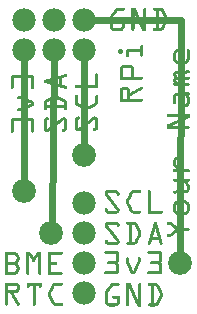
<source format=gtl>
G04 MADE WITH FRITZING*
G04 WWW.FRITZING.ORG*
G04 DOUBLE SIDED*
G04 HOLES PLATED*
G04 CONTOUR ON CENTER OF CONTOUR VECTOR*
%ASAXBY*%
%FSLAX23Y23*%
%MOIN*%
%OFA0B0*%
%SFA1.0B1.0*%
%ADD10C,0.078000*%
%ADD11C,0.079370*%
%ADD12C,0.024000*%
%ADD13R,0.001000X0.001000*%
%LNCOPPER1*%
G90*
G70*
G54D10*
X102Y878D03*
X202Y878D03*
X302Y878D03*
X102Y878D03*
X202Y878D03*
X302Y878D03*
X302Y978D03*
X202Y978D03*
X102Y978D03*
X302Y68D03*
X302Y168D03*
X302Y268D03*
X302Y368D03*
G54D11*
X302Y528D03*
X192Y268D03*
X102Y408D03*
X622Y168D03*
G54D12*
X102Y439D02*
X102Y848D01*
D02*
X193Y299D02*
X202Y848D01*
D02*
X302Y559D02*
X302Y848D01*
D02*
X623Y979D02*
X622Y199D01*
D02*
X333Y978D02*
X623Y979D01*
G54D13*
X412Y1018D02*
X434Y1018D01*
X459Y1018D02*
X472Y1018D01*
X502Y1018D02*
X506Y1018D01*
X534Y1018D02*
X559Y1018D01*
X410Y1017D02*
X435Y1017D01*
X459Y1017D02*
X472Y1017D01*
X500Y1017D02*
X507Y1017D01*
X533Y1017D02*
X561Y1017D01*
X408Y1016D02*
X436Y1016D01*
X459Y1016D02*
X473Y1016D01*
X500Y1016D02*
X508Y1016D01*
X532Y1016D02*
X563Y1016D01*
X407Y1015D02*
X436Y1015D01*
X459Y1015D02*
X473Y1015D01*
X499Y1015D02*
X508Y1015D01*
X532Y1015D02*
X564Y1015D01*
X406Y1014D02*
X436Y1014D01*
X459Y1014D02*
X474Y1014D01*
X499Y1014D02*
X508Y1014D01*
X531Y1014D02*
X565Y1014D01*
X405Y1013D02*
X436Y1013D01*
X459Y1013D02*
X474Y1013D01*
X499Y1013D02*
X508Y1013D01*
X532Y1013D02*
X566Y1013D01*
X404Y1012D02*
X436Y1012D01*
X459Y1012D02*
X475Y1012D01*
X499Y1012D02*
X508Y1012D01*
X532Y1012D02*
X567Y1012D01*
X404Y1011D02*
X435Y1011D01*
X459Y1011D02*
X475Y1011D01*
X499Y1011D02*
X508Y1011D01*
X532Y1011D02*
X567Y1011D01*
X403Y1010D02*
X434Y1010D01*
X459Y1010D02*
X476Y1010D01*
X499Y1010D02*
X508Y1010D01*
X533Y1010D02*
X568Y1010D01*
X402Y1009D02*
X433Y1009D01*
X459Y1009D02*
X476Y1009D01*
X499Y1009D02*
X508Y1009D01*
X535Y1009D02*
X568Y1009D01*
X401Y1008D02*
X414Y1008D01*
X459Y1008D02*
X476Y1008D01*
X499Y1008D02*
X508Y1008D01*
X541Y1008D02*
X550Y1008D01*
X558Y1008D02*
X569Y1008D01*
X401Y1007D02*
X412Y1007D01*
X459Y1007D02*
X477Y1007D01*
X499Y1007D02*
X508Y1007D01*
X541Y1007D02*
X550Y1007D01*
X559Y1007D02*
X569Y1007D01*
X400Y1006D02*
X412Y1006D01*
X459Y1006D02*
X477Y1006D01*
X499Y1006D02*
X508Y1006D01*
X541Y1006D02*
X550Y1006D01*
X559Y1006D02*
X570Y1006D01*
X399Y1005D02*
X411Y1005D01*
X459Y1005D02*
X478Y1005D01*
X499Y1005D02*
X508Y1005D01*
X541Y1005D02*
X550Y1005D01*
X560Y1005D02*
X570Y1005D01*
X398Y1004D02*
X410Y1004D01*
X459Y1004D02*
X478Y1004D01*
X499Y1004D02*
X508Y1004D01*
X541Y1004D02*
X550Y1004D01*
X560Y1004D02*
X571Y1004D01*
X397Y1003D02*
X409Y1003D01*
X459Y1003D02*
X479Y1003D01*
X499Y1003D02*
X508Y1003D01*
X541Y1003D02*
X550Y1003D01*
X561Y1003D02*
X571Y1003D01*
X397Y1002D02*
X409Y1002D01*
X459Y1002D02*
X479Y1002D01*
X499Y1002D02*
X508Y1002D01*
X541Y1002D02*
X550Y1002D01*
X561Y1002D02*
X572Y1002D01*
X396Y1001D02*
X408Y1001D01*
X459Y1001D02*
X480Y1001D01*
X499Y1001D02*
X508Y1001D01*
X541Y1001D02*
X550Y1001D01*
X562Y1001D02*
X572Y1001D01*
X395Y1000D02*
X407Y1000D01*
X459Y1000D02*
X480Y1000D01*
X499Y1000D02*
X508Y1000D01*
X541Y1000D02*
X550Y1000D01*
X562Y1000D02*
X573Y1000D01*
X394Y999D02*
X406Y999D01*
X459Y999D02*
X480Y999D01*
X499Y999D02*
X508Y999D01*
X541Y999D02*
X550Y999D01*
X563Y999D02*
X573Y999D01*
X394Y998D02*
X405Y998D01*
X459Y998D02*
X469Y998D01*
X471Y998D02*
X481Y998D01*
X499Y998D02*
X508Y998D01*
X541Y998D02*
X550Y998D01*
X563Y998D02*
X574Y998D01*
X393Y997D02*
X405Y997D01*
X459Y997D02*
X469Y997D01*
X471Y997D02*
X481Y997D01*
X499Y997D02*
X508Y997D01*
X541Y997D02*
X550Y997D01*
X564Y997D02*
X574Y997D01*
X392Y996D02*
X404Y996D01*
X459Y996D02*
X469Y996D01*
X472Y996D02*
X482Y996D01*
X499Y996D02*
X508Y996D01*
X541Y996D02*
X550Y996D01*
X564Y996D02*
X575Y996D01*
X391Y995D02*
X403Y995D01*
X459Y995D02*
X469Y995D01*
X472Y995D02*
X482Y995D01*
X499Y995D02*
X508Y995D01*
X541Y995D02*
X550Y995D01*
X565Y995D02*
X575Y995D01*
X391Y994D02*
X402Y994D01*
X459Y994D02*
X469Y994D01*
X472Y994D02*
X483Y994D01*
X499Y994D02*
X508Y994D01*
X541Y994D02*
X550Y994D01*
X565Y994D02*
X576Y994D01*
X390Y993D02*
X401Y993D01*
X459Y993D02*
X469Y993D01*
X473Y993D02*
X483Y993D01*
X499Y993D02*
X508Y993D01*
X541Y993D02*
X550Y993D01*
X566Y993D02*
X576Y993D01*
X390Y992D02*
X401Y992D01*
X459Y992D02*
X469Y992D01*
X473Y992D02*
X483Y992D01*
X499Y992D02*
X508Y992D01*
X541Y992D02*
X550Y992D01*
X566Y992D02*
X577Y992D01*
X389Y991D02*
X400Y991D01*
X459Y991D02*
X469Y991D01*
X474Y991D02*
X484Y991D01*
X499Y991D02*
X508Y991D01*
X541Y991D02*
X550Y991D01*
X567Y991D02*
X577Y991D01*
X389Y990D02*
X399Y990D01*
X459Y990D02*
X469Y990D01*
X474Y990D02*
X484Y990D01*
X499Y990D02*
X508Y990D01*
X541Y990D02*
X550Y990D01*
X567Y990D02*
X578Y990D01*
X388Y989D02*
X398Y989D01*
X459Y989D02*
X469Y989D01*
X475Y989D02*
X485Y989D01*
X499Y989D02*
X508Y989D01*
X541Y989D02*
X550Y989D01*
X568Y989D02*
X578Y989D01*
X388Y988D02*
X398Y988D01*
X459Y988D02*
X469Y988D01*
X475Y988D02*
X485Y988D01*
X499Y988D02*
X508Y988D01*
X541Y988D02*
X550Y988D01*
X568Y988D02*
X579Y988D01*
X388Y987D02*
X397Y987D01*
X459Y987D02*
X469Y987D01*
X476Y987D02*
X486Y987D01*
X499Y987D02*
X508Y987D01*
X541Y987D02*
X550Y987D01*
X569Y987D02*
X579Y987D01*
X388Y986D02*
X397Y986D01*
X459Y986D02*
X469Y986D01*
X476Y986D02*
X486Y986D01*
X499Y986D02*
X508Y986D01*
X541Y986D02*
X550Y986D01*
X569Y986D02*
X579Y986D01*
X388Y985D02*
X397Y985D01*
X459Y985D02*
X469Y985D01*
X476Y985D02*
X487Y985D01*
X499Y985D02*
X508Y985D01*
X541Y985D02*
X550Y985D01*
X570Y985D02*
X580Y985D01*
X387Y984D02*
X397Y984D01*
X459Y984D02*
X469Y984D01*
X477Y984D02*
X487Y984D01*
X499Y984D02*
X508Y984D01*
X541Y984D02*
X550Y984D01*
X570Y984D02*
X580Y984D01*
X387Y983D02*
X397Y983D01*
X459Y983D02*
X469Y983D01*
X477Y983D02*
X487Y983D01*
X499Y983D02*
X508Y983D01*
X541Y983D02*
X550Y983D01*
X571Y983D02*
X580Y983D01*
X387Y982D02*
X397Y982D01*
X459Y982D02*
X469Y982D01*
X478Y982D02*
X488Y982D01*
X499Y982D02*
X508Y982D01*
X541Y982D02*
X550Y982D01*
X571Y982D02*
X580Y982D01*
X387Y981D02*
X397Y981D01*
X459Y981D02*
X469Y981D01*
X478Y981D02*
X488Y981D01*
X499Y981D02*
X508Y981D01*
X541Y981D02*
X550Y981D01*
X571Y981D02*
X580Y981D01*
X387Y980D02*
X397Y980D01*
X459Y980D02*
X469Y980D01*
X479Y980D02*
X489Y980D01*
X499Y980D02*
X508Y980D01*
X541Y980D02*
X550Y980D01*
X571Y980D02*
X580Y980D01*
X387Y979D02*
X397Y979D01*
X459Y979D02*
X469Y979D01*
X479Y979D02*
X489Y979D01*
X499Y979D02*
X508Y979D01*
X541Y979D02*
X550Y979D01*
X571Y979D02*
X580Y979D01*
X387Y978D02*
X397Y978D01*
X459Y978D02*
X469Y978D01*
X479Y978D02*
X490Y978D01*
X499Y978D02*
X508Y978D01*
X541Y978D02*
X550Y978D01*
X571Y978D02*
X580Y978D01*
X387Y977D02*
X397Y977D01*
X459Y977D02*
X469Y977D01*
X480Y977D02*
X490Y977D01*
X499Y977D02*
X508Y977D01*
X541Y977D02*
X550Y977D01*
X571Y977D02*
X580Y977D01*
X387Y976D02*
X397Y976D01*
X415Y976D02*
X436Y976D01*
X459Y976D02*
X469Y976D01*
X480Y976D02*
X490Y976D01*
X499Y976D02*
X508Y976D01*
X541Y976D02*
X550Y976D01*
X570Y976D02*
X580Y976D01*
X387Y975D02*
X397Y975D01*
X414Y975D02*
X436Y975D01*
X459Y975D02*
X469Y975D01*
X481Y975D02*
X491Y975D01*
X499Y975D02*
X508Y975D01*
X541Y975D02*
X550Y975D01*
X570Y975D02*
X580Y975D01*
X387Y974D02*
X397Y974D01*
X413Y974D02*
X436Y974D01*
X459Y974D02*
X469Y974D01*
X481Y974D02*
X491Y974D01*
X499Y974D02*
X508Y974D01*
X541Y974D02*
X550Y974D01*
X570Y974D02*
X579Y974D01*
X387Y973D02*
X397Y973D01*
X413Y973D02*
X436Y973D01*
X459Y973D02*
X469Y973D01*
X482Y973D02*
X492Y973D01*
X499Y973D02*
X508Y973D01*
X541Y973D02*
X550Y973D01*
X569Y973D02*
X579Y973D01*
X387Y972D02*
X397Y972D01*
X412Y972D02*
X436Y972D01*
X459Y972D02*
X469Y972D01*
X482Y972D02*
X492Y972D01*
X499Y972D02*
X508Y972D01*
X541Y972D02*
X550Y972D01*
X569Y972D02*
X579Y972D01*
X387Y971D02*
X397Y971D01*
X412Y971D02*
X436Y971D01*
X459Y971D02*
X469Y971D01*
X483Y971D02*
X493Y971D01*
X499Y971D02*
X508Y971D01*
X541Y971D02*
X550Y971D01*
X568Y971D02*
X578Y971D01*
X387Y970D02*
X397Y970D01*
X412Y970D02*
X436Y970D01*
X459Y970D02*
X469Y970D01*
X483Y970D02*
X493Y970D01*
X499Y970D02*
X508Y970D01*
X541Y970D02*
X550Y970D01*
X568Y970D02*
X578Y970D01*
X387Y969D02*
X397Y969D01*
X413Y969D02*
X436Y969D01*
X459Y969D02*
X469Y969D01*
X483Y969D02*
X494Y969D01*
X499Y969D02*
X508Y969D01*
X541Y969D02*
X550Y969D01*
X567Y969D02*
X577Y969D01*
X387Y968D02*
X397Y968D01*
X414Y968D02*
X436Y968D01*
X459Y968D02*
X469Y968D01*
X484Y968D02*
X494Y968D01*
X499Y968D02*
X508Y968D01*
X541Y968D02*
X550Y968D01*
X567Y968D02*
X577Y968D01*
X387Y967D02*
X397Y967D01*
X415Y967D02*
X436Y967D01*
X459Y967D02*
X469Y967D01*
X484Y967D02*
X494Y967D01*
X499Y967D02*
X508Y967D01*
X541Y967D02*
X550Y967D01*
X566Y967D02*
X576Y967D01*
X387Y966D02*
X397Y966D01*
X427Y966D02*
X436Y966D01*
X459Y966D02*
X469Y966D01*
X485Y966D02*
X495Y966D01*
X499Y966D02*
X508Y966D01*
X541Y966D02*
X550Y966D01*
X566Y966D02*
X576Y966D01*
X387Y965D02*
X397Y965D01*
X427Y965D02*
X436Y965D01*
X459Y965D02*
X469Y965D01*
X485Y965D02*
X495Y965D01*
X499Y965D02*
X508Y965D01*
X541Y965D02*
X550Y965D01*
X565Y965D02*
X575Y965D01*
X387Y964D02*
X397Y964D01*
X427Y964D02*
X436Y964D01*
X459Y964D02*
X469Y964D01*
X486Y964D02*
X496Y964D01*
X499Y964D02*
X508Y964D01*
X541Y964D02*
X550Y964D01*
X565Y964D02*
X575Y964D01*
X387Y963D02*
X397Y963D01*
X427Y963D02*
X436Y963D01*
X459Y963D02*
X469Y963D01*
X486Y963D02*
X496Y963D01*
X499Y963D02*
X508Y963D01*
X541Y963D02*
X550Y963D01*
X564Y963D02*
X574Y963D01*
X387Y962D02*
X397Y962D01*
X427Y962D02*
X436Y962D01*
X459Y962D02*
X469Y962D01*
X487Y962D02*
X497Y962D01*
X499Y962D02*
X508Y962D01*
X541Y962D02*
X550Y962D01*
X564Y962D02*
X574Y962D01*
X387Y961D02*
X397Y961D01*
X427Y961D02*
X436Y961D01*
X459Y961D02*
X469Y961D01*
X487Y961D02*
X497Y961D01*
X499Y961D02*
X508Y961D01*
X541Y961D02*
X550Y961D01*
X563Y961D02*
X573Y961D01*
X387Y960D02*
X397Y960D01*
X427Y960D02*
X436Y960D01*
X459Y960D02*
X469Y960D01*
X487Y960D02*
X497Y960D01*
X499Y960D02*
X508Y960D01*
X541Y960D02*
X550Y960D01*
X563Y960D02*
X573Y960D01*
X387Y959D02*
X397Y959D01*
X427Y959D02*
X436Y959D01*
X459Y959D02*
X469Y959D01*
X488Y959D02*
X508Y959D01*
X541Y959D02*
X550Y959D01*
X562Y959D02*
X572Y959D01*
X387Y958D02*
X397Y958D01*
X427Y958D02*
X436Y958D01*
X459Y958D02*
X469Y958D01*
X488Y958D02*
X508Y958D01*
X541Y958D02*
X550Y958D01*
X562Y958D02*
X572Y958D01*
X387Y957D02*
X397Y957D01*
X427Y957D02*
X436Y957D01*
X459Y957D02*
X469Y957D01*
X489Y957D02*
X508Y957D01*
X541Y957D02*
X550Y957D01*
X561Y957D02*
X571Y957D01*
X387Y956D02*
X397Y956D01*
X427Y956D02*
X436Y956D01*
X459Y956D02*
X469Y956D01*
X489Y956D02*
X508Y956D01*
X541Y956D02*
X550Y956D01*
X561Y956D02*
X571Y956D01*
X388Y955D02*
X397Y955D01*
X427Y955D02*
X436Y955D01*
X459Y955D02*
X469Y955D01*
X490Y955D02*
X508Y955D01*
X541Y955D02*
X550Y955D01*
X560Y955D02*
X570Y955D01*
X388Y954D02*
X397Y954D01*
X427Y954D02*
X436Y954D01*
X459Y954D02*
X469Y954D01*
X490Y954D02*
X508Y954D01*
X541Y954D02*
X550Y954D01*
X560Y954D02*
X570Y954D01*
X388Y953D02*
X398Y953D01*
X426Y953D02*
X436Y953D01*
X459Y953D02*
X469Y953D01*
X490Y953D02*
X508Y953D01*
X541Y953D02*
X550Y953D01*
X559Y953D02*
X570Y953D01*
X388Y952D02*
X399Y952D01*
X425Y952D02*
X436Y952D01*
X459Y952D02*
X469Y952D01*
X491Y952D02*
X508Y952D01*
X541Y952D02*
X550Y952D01*
X558Y952D02*
X569Y952D01*
X388Y951D02*
X401Y951D01*
X422Y951D02*
X435Y951D01*
X459Y951D02*
X469Y951D01*
X491Y951D02*
X508Y951D01*
X541Y951D02*
X551Y951D01*
X556Y951D02*
X569Y951D01*
X389Y950D02*
X435Y950D01*
X459Y950D02*
X469Y950D01*
X492Y950D02*
X508Y950D01*
X534Y950D02*
X568Y950D01*
X389Y949D02*
X434Y949D01*
X459Y949D02*
X469Y949D01*
X492Y949D02*
X508Y949D01*
X533Y949D02*
X568Y949D01*
X390Y948D02*
X434Y948D01*
X459Y948D02*
X469Y948D01*
X493Y948D02*
X508Y948D01*
X532Y948D02*
X567Y948D01*
X390Y947D02*
X433Y947D01*
X459Y947D02*
X469Y947D01*
X493Y947D02*
X508Y947D01*
X532Y947D02*
X566Y947D01*
X391Y946D02*
X432Y946D01*
X459Y946D02*
X468Y946D01*
X494Y946D02*
X508Y946D01*
X531Y946D02*
X566Y946D01*
X392Y945D02*
X431Y945D01*
X460Y945D02*
X468Y945D01*
X494Y945D02*
X508Y945D01*
X532Y945D02*
X565Y945D01*
X393Y944D02*
X430Y944D01*
X460Y944D02*
X468Y944D01*
X494Y944D02*
X508Y944D01*
X532Y944D02*
X563Y944D01*
X395Y943D02*
X429Y943D01*
X460Y943D02*
X467Y943D01*
X495Y943D02*
X508Y943D01*
X532Y943D02*
X562Y943D01*
X397Y942D02*
X427Y942D01*
X461Y942D02*
X467Y942D01*
X495Y942D02*
X508Y942D01*
X533Y942D02*
X560Y942D01*
X400Y941D02*
X423Y941D01*
X463Y941D02*
X464Y941D01*
X496Y941D02*
X508Y941D01*
X535Y941D02*
X556Y941D01*
X491Y894D02*
X494Y894D01*
X490Y893D02*
X496Y893D01*
X489Y892D02*
X496Y892D01*
X488Y891D02*
X497Y891D01*
X488Y890D02*
X497Y890D01*
X488Y889D02*
X497Y889D01*
X488Y888D02*
X497Y888D01*
X488Y887D02*
X497Y887D01*
X488Y886D02*
X497Y886D01*
X488Y885D02*
X497Y885D01*
X488Y884D02*
X497Y884D01*
X488Y883D02*
X497Y883D01*
X488Y882D02*
X497Y882D01*
X488Y881D02*
X497Y881D01*
X488Y880D02*
X497Y880D01*
X612Y880D02*
X630Y880D01*
X647Y880D02*
X651Y880D01*
X419Y879D02*
X427Y879D01*
X444Y879D02*
X497Y879D01*
X609Y879D02*
X631Y879D01*
X646Y879D02*
X652Y879D01*
X417Y878D02*
X428Y878D01*
X443Y878D02*
X497Y878D01*
X607Y878D02*
X632Y878D01*
X645Y878D02*
X653Y878D01*
X417Y877D02*
X429Y877D01*
X442Y877D02*
X497Y877D01*
X606Y877D02*
X632Y877D01*
X645Y877D02*
X653Y877D01*
X416Y876D02*
X429Y876D01*
X442Y876D02*
X497Y876D01*
X605Y876D02*
X632Y876D01*
X645Y876D02*
X653Y876D01*
X416Y875D02*
X429Y875D01*
X441Y875D02*
X497Y875D01*
X604Y875D02*
X632Y875D01*
X644Y875D02*
X654Y875D01*
X416Y874D02*
X429Y874D01*
X441Y874D02*
X497Y874D01*
X603Y874D02*
X632Y874D01*
X644Y874D02*
X654Y874D01*
X416Y873D02*
X429Y873D01*
X441Y873D02*
X497Y873D01*
X602Y873D02*
X632Y873D01*
X644Y873D02*
X654Y873D01*
X416Y872D02*
X429Y872D01*
X441Y872D02*
X497Y872D01*
X602Y872D02*
X632Y872D01*
X644Y872D02*
X654Y872D01*
X416Y871D02*
X429Y871D01*
X441Y871D02*
X497Y871D01*
X601Y871D02*
X632Y871D01*
X644Y871D02*
X654Y871D01*
X416Y870D02*
X429Y870D01*
X441Y870D02*
X497Y870D01*
X600Y870D02*
X613Y870D01*
X623Y870D02*
X632Y870D01*
X644Y870D02*
X654Y870D01*
X416Y869D02*
X429Y869D01*
X441Y869D02*
X450Y869D01*
X488Y869D02*
X497Y869D01*
X600Y869D02*
X611Y869D01*
X623Y869D02*
X632Y869D01*
X644Y869D02*
X654Y869D01*
X416Y868D02*
X429Y868D01*
X441Y868D02*
X450Y868D01*
X488Y868D02*
X497Y868D01*
X599Y868D02*
X610Y868D01*
X623Y868D02*
X632Y868D01*
X644Y868D02*
X654Y868D01*
X417Y867D02*
X428Y867D01*
X441Y867D02*
X450Y867D01*
X488Y867D02*
X497Y867D01*
X599Y867D02*
X609Y867D01*
X623Y867D02*
X632Y867D01*
X644Y867D02*
X654Y867D01*
X418Y866D02*
X428Y866D01*
X441Y866D02*
X450Y866D01*
X488Y866D02*
X497Y866D01*
X598Y866D02*
X608Y866D01*
X623Y866D02*
X632Y866D01*
X644Y866D02*
X654Y866D01*
X419Y865D02*
X426Y865D01*
X441Y865D02*
X450Y865D01*
X488Y865D02*
X497Y865D01*
X598Y865D02*
X608Y865D01*
X623Y865D02*
X632Y865D01*
X644Y865D02*
X654Y865D01*
X441Y864D02*
X450Y864D01*
X488Y864D02*
X497Y864D01*
X598Y864D02*
X607Y864D01*
X623Y864D02*
X632Y864D01*
X644Y864D02*
X654Y864D01*
X441Y863D02*
X450Y863D01*
X488Y863D02*
X497Y863D01*
X598Y863D02*
X607Y863D01*
X623Y863D02*
X632Y863D01*
X644Y863D02*
X654Y863D01*
X441Y862D02*
X450Y862D01*
X488Y862D02*
X497Y862D01*
X598Y862D02*
X607Y862D01*
X623Y862D02*
X632Y862D01*
X644Y862D02*
X654Y862D01*
X441Y861D02*
X450Y861D01*
X488Y861D02*
X497Y861D01*
X598Y861D02*
X607Y861D01*
X623Y861D02*
X632Y861D01*
X644Y861D02*
X654Y861D01*
X441Y860D02*
X450Y860D01*
X488Y860D02*
X497Y860D01*
X598Y860D02*
X607Y860D01*
X623Y860D02*
X632Y860D01*
X644Y860D02*
X654Y860D01*
X442Y859D02*
X450Y859D01*
X488Y859D02*
X497Y859D01*
X598Y859D02*
X607Y859D01*
X623Y859D02*
X632Y859D01*
X644Y859D02*
X654Y859D01*
X442Y858D02*
X450Y858D01*
X488Y858D02*
X497Y858D01*
X598Y858D02*
X607Y858D01*
X623Y858D02*
X632Y858D01*
X644Y858D02*
X654Y858D01*
X442Y857D02*
X450Y857D01*
X489Y857D02*
X496Y857D01*
X598Y857D02*
X607Y857D01*
X623Y857D02*
X632Y857D01*
X644Y857D02*
X654Y857D01*
X443Y856D02*
X449Y856D01*
X490Y856D02*
X495Y856D01*
X598Y856D02*
X607Y856D01*
X623Y856D02*
X632Y856D01*
X644Y856D02*
X654Y856D01*
X445Y855D02*
X447Y855D01*
X492Y855D02*
X494Y855D01*
X598Y855D02*
X607Y855D01*
X623Y855D02*
X632Y855D01*
X644Y855D02*
X654Y855D01*
X598Y854D02*
X607Y854D01*
X623Y854D02*
X632Y854D01*
X644Y854D02*
X654Y854D01*
X598Y853D02*
X607Y853D01*
X623Y853D02*
X632Y853D01*
X644Y853D02*
X654Y853D01*
X598Y852D02*
X607Y852D01*
X623Y852D02*
X632Y852D01*
X644Y852D02*
X654Y852D01*
X598Y851D02*
X607Y851D01*
X623Y851D02*
X632Y851D01*
X644Y851D02*
X654Y851D01*
X598Y850D02*
X607Y850D01*
X623Y850D02*
X632Y850D01*
X644Y850D02*
X654Y850D01*
X598Y849D02*
X607Y849D01*
X623Y849D02*
X632Y849D01*
X644Y849D02*
X654Y849D01*
X598Y848D02*
X607Y848D01*
X623Y848D02*
X632Y848D01*
X644Y848D02*
X653Y848D01*
X598Y847D02*
X607Y847D01*
X623Y847D02*
X632Y847D01*
X644Y847D02*
X653Y847D01*
X598Y846D02*
X608Y846D01*
X623Y846D02*
X632Y846D01*
X643Y846D02*
X653Y846D01*
X598Y845D02*
X609Y845D01*
X623Y845D02*
X632Y845D01*
X642Y845D02*
X653Y845D01*
X599Y844D02*
X610Y844D01*
X623Y844D02*
X632Y844D01*
X641Y844D02*
X653Y844D01*
X599Y843D02*
X611Y843D01*
X623Y843D02*
X632Y843D01*
X641Y843D02*
X652Y843D01*
X600Y842D02*
X612Y842D01*
X623Y842D02*
X632Y842D01*
X639Y842D02*
X652Y842D01*
X600Y841D02*
X614Y841D01*
X623Y841D02*
X633Y841D01*
X637Y841D02*
X651Y841D01*
X601Y840D02*
X650Y840D01*
X602Y839D02*
X649Y839D01*
X603Y838D02*
X649Y838D01*
X604Y837D02*
X648Y837D01*
X605Y836D02*
X647Y836D01*
X606Y835D02*
X646Y835D01*
X607Y834D02*
X645Y834D01*
X608Y833D02*
X643Y833D01*
X610Y832D02*
X642Y832D01*
X614Y831D02*
X637Y831D01*
X431Y827D02*
X456Y827D01*
X429Y826D02*
X459Y826D01*
X427Y825D02*
X461Y825D01*
X426Y824D02*
X462Y824D01*
X425Y823D02*
X463Y823D01*
X424Y822D02*
X464Y822D01*
X423Y821D02*
X465Y821D01*
X422Y820D02*
X465Y820D01*
X422Y819D02*
X466Y819D01*
X421Y818D02*
X466Y818D01*
X421Y817D02*
X432Y817D01*
X455Y817D02*
X467Y817D01*
X421Y816D02*
X431Y816D01*
X457Y816D02*
X467Y816D01*
X420Y815D02*
X430Y815D01*
X457Y815D02*
X467Y815D01*
X420Y814D02*
X430Y814D01*
X458Y814D02*
X467Y814D01*
X420Y813D02*
X429Y813D01*
X458Y813D02*
X467Y813D01*
X420Y812D02*
X429Y812D01*
X458Y812D02*
X467Y812D01*
X420Y811D02*
X429Y811D01*
X458Y811D02*
X467Y811D01*
X420Y810D02*
X429Y810D01*
X458Y810D02*
X467Y810D01*
X420Y809D02*
X429Y809D01*
X458Y809D02*
X467Y809D01*
X641Y809D02*
X650Y809D01*
X420Y808D02*
X429Y808D01*
X458Y808D02*
X467Y808D01*
X614Y808D02*
X652Y808D01*
X420Y807D02*
X429Y807D01*
X458Y807D02*
X467Y807D01*
X605Y807D02*
X653Y807D01*
X420Y806D02*
X429Y806D01*
X458Y806D02*
X467Y806D01*
X604Y806D02*
X653Y806D01*
X420Y805D02*
X429Y805D01*
X458Y805D02*
X467Y805D01*
X602Y805D02*
X653Y805D01*
X420Y804D02*
X429Y804D01*
X458Y804D02*
X467Y804D01*
X601Y804D02*
X653Y804D01*
X420Y803D02*
X429Y803D01*
X458Y803D02*
X467Y803D01*
X600Y803D02*
X653Y803D01*
X420Y802D02*
X429Y802D01*
X458Y802D02*
X467Y802D01*
X600Y802D02*
X653Y802D01*
X420Y801D02*
X429Y801D01*
X458Y801D02*
X467Y801D01*
X599Y801D02*
X652Y801D01*
X343Y800D02*
X343Y800D01*
X420Y800D02*
X429Y800D01*
X458Y800D02*
X467Y800D01*
X599Y800D02*
X651Y800D01*
X341Y799D02*
X345Y799D01*
X420Y799D02*
X429Y799D01*
X458Y799D02*
X467Y799D01*
X599Y799D02*
X643Y799D01*
X340Y798D02*
X346Y798D01*
X420Y798D02*
X429Y798D01*
X458Y798D02*
X467Y798D01*
X598Y798D02*
X614Y798D01*
X237Y797D02*
X242Y797D01*
X339Y797D02*
X347Y797D01*
X420Y797D02*
X429Y797D01*
X458Y797D02*
X467Y797D01*
X598Y797D02*
X607Y797D01*
X234Y796D02*
X243Y796D01*
X339Y796D02*
X347Y796D01*
X420Y796D02*
X429Y796D01*
X458Y796D02*
X467Y796D01*
X598Y796D02*
X607Y796D01*
X63Y795D02*
X90Y795D01*
X101Y795D02*
X128Y795D01*
X230Y795D02*
X244Y795D01*
X338Y795D02*
X348Y795D01*
X420Y795D02*
X429Y795D01*
X458Y795D02*
X467Y795D01*
X598Y795D02*
X607Y795D01*
X61Y794D02*
X92Y794D01*
X99Y794D02*
X130Y794D01*
X227Y794D02*
X244Y794D01*
X338Y794D02*
X348Y794D01*
X420Y794D02*
X429Y794D01*
X458Y794D02*
X467Y794D01*
X598Y794D02*
X608Y794D01*
X60Y793D02*
X94Y793D01*
X97Y793D02*
X131Y793D01*
X224Y793D02*
X244Y793D01*
X338Y793D02*
X348Y793D01*
X420Y793D02*
X429Y793D01*
X458Y793D02*
X467Y793D01*
X598Y793D02*
X609Y793D01*
X59Y792D02*
X132Y792D01*
X220Y792D02*
X244Y792D01*
X338Y792D02*
X348Y792D01*
X420Y792D02*
X429Y792D01*
X458Y792D02*
X467Y792D01*
X599Y792D02*
X610Y792D01*
X58Y791D02*
X132Y791D01*
X217Y791D02*
X244Y791D01*
X338Y791D02*
X348Y791D01*
X420Y791D02*
X429Y791D01*
X458Y791D02*
X467Y791D01*
X599Y791D02*
X611Y791D01*
X58Y790D02*
X133Y790D01*
X213Y790D02*
X244Y790D01*
X338Y790D02*
X348Y790D01*
X420Y790D02*
X429Y790D01*
X458Y790D02*
X467Y790D01*
X600Y790D02*
X612Y790D01*
X57Y789D02*
X133Y789D01*
X210Y789D02*
X243Y789D01*
X338Y789D02*
X348Y789D01*
X420Y789D02*
X429Y789D01*
X458Y789D02*
X467Y789D01*
X600Y789D02*
X612Y789D01*
X57Y788D02*
X134Y788D01*
X206Y788D02*
X241Y788D01*
X338Y788D02*
X348Y788D01*
X420Y788D02*
X430Y788D01*
X458Y788D02*
X468Y788D01*
X601Y788D02*
X651Y788D01*
X57Y787D02*
X134Y787D01*
X203Y787D02*
X238Y787D01*
X338Y787D02*
X348Y787D01*
X420Y787D02*
X495Y787D01*
X602Y787D02*
X652Y787D01*
X57Y786D02*
X134Y786D01*
X200Y786D02*
X234Y786D01*
X338Y786D02*
X348Y786D01*
X420Y786D02*
X496Y786D01*
X602Y786D02*
X653Y786D01*
X57Y785D02*
X66Y785D01*
X88Y785D02*
X102Y785D01*
X125Y785D02*
X134Y785D01*
X196Y785D02*
X231Y785D01*
X338Y785D02*
X348Y785D01*
X420Y785D02*
X497Y785D01*
X601Y785D02*
X653Y785D01*
X57Y784D02*
X66Y784D01*
X89Y784D02*
X101Y784D01*
X125Y784D02*
X134Y784D01*
X193Y784D02*
X228Y784D01*
X338Y784D02*
X348Y784D01*
X420Y784D02*
X497Y784D01*
X600Y784D02*
X653Y784D01*
X57Y783D02*
X66Y783D01*
X90Y783D02*
X100Y783D01*
X125Y783D02*
X134Y783D01*
X189Y783D02*
X227Y783D01*
X338Y783D02*
X348Y783D01*
X420Y783D02*
X497Y783D01*
X600Y783D02*
X653Y783D01*
X57Y782D02*
X66Y782D01*
X91Y782D02*
X100Y782D01*
X125Y782D02*
X134Y782D01*
X186Y782D02*
X227Y782D01*
X338Y782D02*
X348Y782D01*
X420Y782D02*
X497Y782D01*
X599Y782D02*
X653Y782D01*
X57Y781D02*
X66Y781D01*
X91Y781D02*
X100Y781D01*
X125Y781D02*
X134Y781D01*
X182Y781D02*
X227Y781D01*
X338Y781D02*
X348Y781D01*
X420Y781D02*
X497Y781D01*
X599Y781D02*
X653Y781D01*
X57Y780D02*
X66Y780D01*
X91Y780D02*
X100Y780D01*
X125Y780D02*
X134Y780D01*
X179Y780D02*
X214Y780D01*
X218Y780D02*
X227Y780D01*
X338Y780D02*
X348Y780D01*
X420Y780D02*
X496Y780D01*
X598Y780D02*
X652Y780D01*
X57Y779D02*
X66Y779D01*
X91Y779D02*
X100Y779D01*
X125Y779D02*
X134Y779D01*
X176Y779D02*
X211Y779D01*
X218Y779D02*
X227Y779D01*
X338Y779D02*
X348Y779D01*
X420Y779D02*
X495Y779D01*
X598Y779D02*
X650Y779D01*
X57Y778D02*
X66Y778D01*
X91Y778D02*
X100Y778D01*
X125Y778D02*
X134Y778D01*
X172Y778D02*
X207Y778D01*
X218Y778D02*
X227Y778D01*
X338Y778D02*
X348Y778D01*
X420Y778D02*
X493Y778D01*
X598Y778D02*
X607Y778D01*
X57Y777D02*
X66Y777D01*
X91Y777D02*
X100Y777D01*
X125Y777D02*
X134Y777D01*
X170Y777D02*
X204Y777D01*
X218Y777D02*
X227Y777D01*
X338Y777D02*
X348Y777D01*
X598Y777D02*
X607Y777D01*
X57Y776D02*
X66Y776D01*
X91Y776D02*
X100Y776D01*
X125Y776D02*
X134Y776D01*
X169Y776D02*
X200Y776D01*
X218Y776D02*
X227Y776D01*
X338Y776D02*
X348Y776D01*
X598Y776D02*
X607Y776D01*
X57Y775D02*
X66Y775D01*
X91Y775D02*
X100Y775D01*
X125Y775D02*
X134Y775D01*
X168Y775D02*
X197Y775D01*
X218Y775D02*
X227Y775D01*
X338Y775D02*
X348Y775D01*
X598Y775D02*
X607Y775D01*
X57Y774D02*
X66Y774D01*
X91Y774D02*
X100Y774D01*
X125Y774D02*
X134Y774D01*
X168Y774D02*
X194Y774D01*
X218Y774D02*
X227Y774D01*
X338Y774D02*
X348Y774D01*
X598Y774D02*
X608Y774D01*
X57Y773D02*
X66Y773D01*
X91Y773D02*
X100Y773D01*
X125Y773D02*
X134Y773D01*
X167Y773D02*
X190Y773D01*
X218Y773D02*
X227Y773D01*
X338Y773D02*
X348Y773D01*
X598Y773D02*
X609Y773D01*
X57Y772D02*
X66Y772D01*
X91Y772D02*
X100Y772D01*
X125Y772D02*
X134Y772D01*
X168Y772D02*
X192Y772D01*
X218Y772D02*
X227Y772D01*
X338Y772D02*
X348Y772D01*
X599Y772D02*
X610Y772D01*
X57Y771D02*
X66Y771D01*
X91Y771D02*
X100Y771D01*
X125Y771D02*
X134Y771D01*
X168Y771D02*
X196Y771D01*
X218Y771D02*
X227Y771D01*
X338Y771D02*
X348Y771D01*
X599Y771D02*
X611Y771D01*
X57Y770D02*
X66Y770D01*
X91Y770D02*
X100Y770D01*
X125Y770D02*
X134Y770D01*
X168Y770D02*
X199Y770D01*
X218Y770D02*
X227Y770D01*
X338Y770D02*
X348Y770D01*
X600Y770D02*
X612Y770D01*
X57Y769D02*
X66Y769D01*
X91Y769D02*
X100Y769D01*
X125Y769D02*
X134Y769D01*
X169Y769D02*
X202Y769D01*
X218Y769D02*
X227Y769D01*
X338Y769D02*
X348Y769D01*
X600Y769D02*
X613Y769D01*
X57Y768D02*
X66Y768D01*
X91Y768D02*
X100Y768D01*
X125Y768D02*
X134Y768D01*
X171Y768D02*
X206Y768D01*
X218Y768D02*
X227Y768D01*
X338Y768D02*
X348Y768D01*
X601Y768D02*
X649Y768D01*
X57Y767D02*
X66Y767D01*
X91Y767D02*
X100Y767D01*
X125Y767D02*
X134Y767D01*
X174Y767D02*
X209Y767D01*
X218Y767D02*
X227Y767D01*
X338Y767D02*
X348Y767D01*
X600Y767D02*
X651Y767D01*
X57Y766D02*
X66Y766D01*
X91Y766D02*
X100Y766D01*
X125Y766D02*
X134Y766D01*
X178Y766D02*
X213Y766D01*
X218Y766D02*
X227Y766D01*
X338Y766D02*
X348Y766D01*
X599Y766D02*
X652Y766D01*
X57Y765D02*
X66Y765D01*
X91Y765D02*
X100Y765D01*
X125Y765D02*
X134Y765D01*
X181Y765D02*
X216Y765D01*
X218Y765D02*
X227Y765D01*
X338Y765D02*
X348Y765D01*
X598Y765D02*
X653Y765D01*
X57Y764D02*
X66Y764D01*
X91Y764D02*
X100Y764D01*
X125Y764D02*
X134Y764D01*
X185Y764D02*
X227Y764D01*
X338Y764D02*
X348Y764D01*
X598Y764D02*
X653Y764D01*
X57Y763D02*
X66Y763D01*
X91Y763D02*
X100Y763D01*
X125Y763D02*
X134Y763D01*
X188Y763D02*
X227Y763D01*
X338Y763D02*
X348Y763D01*
X598Y763D02*
X653Y763D01*
X57Y762D02*
X66Y762D01*
X91Y762D02*
X100Y762D01*
X125Y762D02*
X134Y762D01*
X191Y762D02*
X227Y762D01*
X338Y762D02*
X348Y762D01*
X598Y762D02*
X653Y762D01*
X57Y761D02*
X66Y761D01*
X91Y761D02*
X100Y761D01*
X125Y761D02*
X134Y761D01*
X195Y761D02*
X230Y761D01*
X338Y761D02*
X348Y761D01*
X598Y761D02*
X653Y761D01*
X57Y760D02*
X66Y760D01*
X91Y760D02*
X100Y760D01*
X125Y760D02*
X134Y760D01*
X198Y760D02*
X233Y760D01*
X274Y760D02*
X348Y760D01*
X599Y760D02*
X652Y760D01*
X57Y759D02*
X66Y759D01*
X91Y759D02*
X99Y759D01*
X125Y759D02*
X134Y759D01*
X202Y759D02*
X237Y759D01*
X272Y759D02*
X348Y759D01*
X600Y759D02*
X651Y759D01*
X57Y758D02*
X66Y758D01*
X92Y758D02*
X99Y758D01*
X125Y758D02*
X134Y758D01*
X205Y758D02*
X240Y758D01*
X271Y758D02*
X348Y758D01*
X57Y757D02*
X66Y757D01*
X93Y757D02*
X98Y757D01*
X125Y757D02*
X134Y757D01*
X208Y757D02*
X242Y757D01*
X271Y757D02*
X348Y757D01*
X57Y756D02*
X66Y756D01*
X125Y756D02*
X134Y756D01*
X212Y756D02*
X243Y756D01*
X271Y756D02*
X348Y756D01*
X57Y755D02*
X66Y755D01*
X125Y755D02*
X134Y755D01*
X215Y755D02*
X244Y755D01*
X271Y755D02*
X348Y755D01*
X431Y755D02*
X444Y755D01*
X491Y755D02*
X494Y755D01*
X57Y754D02*
X66Y754D01*
X125Y754D02*
X134Y754D01*
X219Y754D02*
X244Y754D01*
X271Y754D02*
X348Y754D01*
X429Y754D02*
X446Y754D01*
X489Y754D02*
X496Y754D01*
X57Y753D02*
X66Y753D01*
X125Y753D02*
X134Y753D01*
X222Y753D02*
X244Y753D01*
X271Y753D02*
X348Y753D01*
X427Y753D02*
X448Y753D01*
X487Y753D02*
X496Y753D01*
X57Y752D02*
X66Y752D01*
X125Y752D02*
X134Y752D01*
X226Y752D02*
X244Y752D01*
X272Y752D02*
X348Y752D01*
X426Y752D02*
X449Y752D01*
X486Y752D02*
X497Y752D01*
X57Y751D02*
X66Y751D01*
X125Y751D02*
X134Y751D01*
X229Y751D02*
X244Y751D01*
X273Y751D02*
X348Y751D01*
X425Y751D02*
X450Y751D01*
X484Y751D02*
X497Y751D01*
X57Y750D02*
X66Y750D01*
X125Y750D02*
X134Y750D01*
X232Y750D02*
X243Y750D01*
X424Y750D02*
X451Y750D01*
X482Y750D02*
X497Y750D01*
X57Y749D02*
X65Y749D01*
X125Y749D02*
X133Y749D01*
X236Y749D02*
X243Y749D01*
X423Y749D02*
X452Y749D01*
X480Y749D02*
X497Y749D01*
X58Y748D02*
X65Y748D01*
X126Y748D02*
X133Y748D01*
X239Y748D02*
X241Y748D01*
X422Y748D02*
X453Y748D01*
X479Y748D02*
X496Y748D01*
X59Y747D02*
X64Y747D01*
X127Y747D02*
X131Y747D01*
X422Y747D02*
X453Y747D01*
X477Y747D02*
X496Y747D01*
X421Y746D02*
X454Y746D01*
X475Y746D02*
X494Y746D01*
X421Y745D02*
X432Y745D01*
X443Y745D02*
X454Y745D01*
X474Y745D02*
X493Y745D01*
X421Y744D02*
X431Y744D01*
X444Y744D02*
X454Y744D01*
X472Y744D02*
X491Y744D01*
X420Y743D02*
X430Y743D01*
X445Y743D02*
X455Y743D01*
X470Y743D02*
X489Y743D01*
X420Y742D02*
X430Y742D01*
X445Y742D02*
X455Y742D01*
X468Y742D02*
X488Y742D01*
X420Y741D02*
X429Y741D01*
X446Y741D02*
X455Y741D01*
X467Y741D02*
X486Y741D01*
X420Y740D02*
X429Y740D01*
X446Y740D02*
X455Y740D01*
X465Y740D02*
X484Y740D01*
X420Y739D02*
X429Y739D01*
X446Y739D02*
X455Y739D01*
X463Y739D02*
X482Y739D01*
X420Y738D02*
X429Y738D01*
X446Y738D02*
X455Y738D01*
X462Y738D02*
X481Y738D01*
X420Y737D02*
X429Y737D01*
X446Y737D02*
X455Y737D01*
X460Y737D02*
X479Y737D01*
X420Y736D02*
X429Y736D01*
X446Y736D02*
X455Y736D01*
X458Y736D02*
X477Y736D01*
X632Y736D02*
X651Y736D01*
X420Y735D02*
X429Y735D01*
X446Y735D02*
X476Y735D01*
X610Y735D02*
X652Y735D01*
X420Y734D02*
X429Y734D01*
X446Y734D02*
X474Y734D01*
X607Y734D02*
X653Y734D01*
X420Y733D02*
X429Y733D01*
X446Y733D02*
X472Y733D01*
X605Y733D02*
X653Y733D01*
X420Y732D02*
X429Y732D01*
X446Y732D02*
X470Y732D01*
X603Y732D02*
X653Y732D01*
X420Y731D02*
X429Y731D01*
X446Y731D02*
X469Y731D01*
X602Y731D02*
X653Y731D01*
X420Y730D02*
X429Y730D01*
X446Y730D02*
X467Y730D01*
X601Y730D02*
X653Y730D01*
X420Y729D02*
X429Y729D01*
X446Y729D02*
X465Y729D01*
X601Y729D02*
X653Y729D01*
X275Y728D02*
X275Y728D01*
X343Y728D02*
X343Y728D01*
X420Y728D02*
X429Y728D01*
X446Y728D02*
X464Y728D01*
X600Y728D02*
X652Y728D01*
X273Y727D02*
X278Y727D01*
X341Y727D02*
X345Y727D01*
X420Y727D02*
X429Y727D01*
X446Y727D02*
X462Y727D01*
X599Y727D02*
X651Y727D01*
X272Y726D02*
X279Y726D01*
X340Y726D02*
X346Y726D01*
X420Y726D02*
X429Y726D01*
X446Y726D02*
X460Y726D01*
X599Y726D02*
X649Y726D01*
X201Y725D02*
X211Y725D01*
X271Y725D02*
X279Y725D01*
X339Y725D02*
X347Y725D01*
X420Y725D02*
X429Y725D01*
X446Y725D02*
X459Y725D01*
X599Y725D02*
X611Y725D01*
X619Y725D02*
X630Y725D01*
X639Y725D02*
X649Y725D01*
X198Y724D02*
X214Y724D01*
X271Y724D02*
X279Y724D01*
X339Y724D02*
X347Y724D01*
X420Y724D02*
X429Y724D01*
X446Y724D02*
X457Y724D01*
X598Y724D02*
X609Y724D01*
X619Y724D02*
X629Y724D01*
X639Y724D02*
X650Y724D01*
X80Y723D02*
X94Y723D01*
X196Y723D02*
X216Y723D01*
X271Y723D02*
X280Y723D01*
X338Y723D02*
X348Y723D01*
X420Y723D02*
X429Y723D01*
X446Y723D02*
X455Y723D01*
X598Y723D02*
X608Y723D01*
X619Y723D02*
X629Y723D01*
X640Y723D02*
X651Y723D01*
X79Y722D02*
X96Y722D01*
X194Y722D02*
X218Y722D01*
X271Y722D02*
X280Y722D01*
X338Y722D02*
X348Y722D01*
X420Y722D02*
X429Y722D01*
X446Y722D02*
X455Y722D01*
X598Y722D02*
X607Y722D01*
X619Y722D02*
X628Y722D01*
X640Y722D02*
X651Y722D01*
X79Y721D02*
X98Y721D01*
X192Y721D02*
X220Y721D01*
X271Y721D02*
X280Y721D01*
X338Y721D02*
X348Y721D01*
X420Y721D02*
X429Y721D01*
X446Y721D02*
X455Y721D01*
X598Y721D02*
X607Y721D01*
X619Y721D02*
X628Y721D01*
X641Y721D02*
X652Y721D01*
X78Y720D02*
X101Y720D01*
X190Y720D02*
X222Y720D01*
X271Y720D02*
X280Y720D01*
X338Y720D02*
X348Y720D01*
X420Y720D02*
X429Y720D01*
X446Y720D02*
X455Y720D01*
X598Y720D02*
X607Y720D01*
X619Y720D02*
X628Y720D01*
X642Y720D02*
X652Y720D01*
X78Y719D02*
X103Y719D01*
X188Y719D02*
X224Y719D01*
X271Y719D02*
X280Y719D01*
X338Y719D02*
X348Y719D01*
X420Y719D02*
X429Y719D01*
X446Y719D02*
X455Y719D01*
X598Y719D02*
X607Y719D01*
X619Y719D02*
X628Y719D01*
X642Y719D02*
X653Y719D01*
X78Y718D02*
X105Y718D01*
X186Y718D02*
X226Y718D01*
X271Y718D02*
X280Y718D01*
X338Y718D02*
X348Y718D01*
X420Y718D02*
X429Y718D01*
X446Y718D02*
X455Y718D01*
X598Y718D02*
X607Y718D01*
X619Y718D02*
X628Y718D01*
X643Y718D02*
X653Y718D01*
X78Y717D02*
X107Y717D01*
X184Y717D02*
X228Y717D01*
X271Y717D02*
X280Y717D01*
X338Y717D02*
X348Y717D01*
X420Y717D02*
X429Y717D01*
X446Y717D02*
X455Y717D01*
X598Y717D02*
X607Y717D01*
X619Y717D02*
X628Y717D01*
X643Y717D02*
X653Y717D01*
X79Y716D02*
X110Y716D01*
X182Y716D02*
X230Y716D01*
X271Y716D02*
X280Y716D01*
X338Y716D02*
X348Y716D01*
X420Y716D02*
X430Y716D01*
X445Y716D02*
X455Y716D01*
X598Y716D02*
X607Y716D01*
X619Y716D02*
X628Y716D01*
X644Y716D02*
X654Y716D01*
X80Y715D02*
X112Y715D01*
X180Y715D02*
X202Y715D01*
X210Y715D02*
X232Y715D01*
X271Y715D02*
X280Y715D01*
X338Y715D02*
X348Y715D01*
X420Y715D02*
X495Y715D01*
X598Y715D02*
X607Y715D01*
X619Y715D02*
X628Y715D01*
X644Y715D02*
X654Y715D01*
X82Y714D02*
X114Y714D01*
X178Y714D02*
X199Y714D01*
X213Y714D02*
X234Y714D01*
X271Y714D02*
X280Y714D01*
X338Y714D02*
X348Y714D01*
X420Y714D02*
X496Y714D01*
X598Y714D02*
X607Y714D01*
X619Y714D02*
X628Y714D01*
X644Y714D02*
X654Y714D01*
X93Y713D02*
X117Y713D01*
X176Y713D02*
X197Y713D01*
X215Y713D02*
X236Y713D01*
X271Y713D02*
X280Y713D01*
X338Y713D02*
X348Y713D01*
X420Y713D02*
X497Y713D01*
X598Y713D02*
X607Y713D01*
X619Y713D02*
X628Y713D01*
X644Y713D02*
X654Y713D01*
X95Y712D02*
X119Y712D01*
X174Y712D02*
X195Y712D01*
X217Y712D02*
X238Y712D01*
X271Y712D02*
X280Y712D01*
X338Y712D02*
X348Y712D01*
X420Y712D02*
X497Y712D01*
X598Y712D02*
X607Y712D01*
X619Y712D02*
X628Y712D01*
X644Y712D02*
X654Y712D01*
X97Y711D02*
X121Y711D01*
X173Y711D02*
X193Y711D01*
X219Y711D02*
X239Y711D01*
X271Y711D02*
X280Y711D01*
X338Y711D02*
X348Y711D01*
X420Y711D02*
X497Y711D01*
X598Y711D02*
X607Y711D01*
X619Y711D02*
X628Y711D01*
X644Y711D02*
X654Y711D01*
X99Y710D02*
X123Y710D01*
X172Y710D02*
X191Y710D01*
X221Y710D02*
X240Y710D01*
X271Y710D02*
X280Y710D01*
X338Y710D02*
X348Y710D01*
X420Y710D02*
X497Y710D01*
X598Y710D02*
X607Y710D01*
X619Y710D02*
X628Y710D01*
X644Y710D02*
X654Y710D01*
X102Y709D02*
X126Y709D01*
X171Y709D02*
X189Y709D01*
X223Y709D02*
X241Y709D01*
X271Y709D02*
X280Y709D01*
X338Y709D02*
X348Y709D01*
X420Y709D02*
X497Y709D01*
X598Y709D02*
X607Y709D01*
X619Y709D02*
X628Y709D01*
X644Y709D02*
X654Y709D01*
X104Y708D02*
X128Y708D01*
X170Y708D02*
X187Y708D01*
X225Y708D02*
X242Y708D01*
X271Y708D02*
X280Y708D01*
X338Y708D02*
X348Y708D01*
X420Y708D02*
X496Y708D01*
X598Y708D02*
X607Y708D01*
X619Y708D02*
X628Y708D01*
X644Y708D02*
X654Y708D01*
X106Y707D02*
X130Y707D01*
X169Y707D02*
X185Y707D01*
X227Y707D02*
X242Y707D01*
X271Y707D02*
X280Y707D01*
X338Y707D02*
X348Y707D01*
X420Y707D02*
X495Y707D01*
X598Y707D02*
X607Y707D01*
X619Y707D02*
X628Y707D01*
X644Y707D02*
X654Y707D01*
X108Y706D02*
X132Y706D01*
X169Y706D02*
X183Y706D01*
X229Y706D02*
X243Y706D01*
X271Y706D02*
X280Y706D01*
X338Y706D02*
X348Y706D01*
X420Y706D02*
X493Y706D01*
X598Y706D02*
X607Y706D01*
X619Y706D02*
X628Y706D01*
X644Y706D02*
X654Y706D01*
X111Y705D02*
X133Y705D01*
X168Y705D02*
X181Y705D01*
X230Y705D02*
X243Y705D01*
X271Y705D02*
X280Y705D01*
X338Y705D02*
X348Y705D01*
X598Y705D02*
X607Y705D01*
X619Y705D02*
X628Y705D01*
X644Y705D02*
X654Y705D01*
X113Y704D02*
X134Y704D01*
X168Y704D02*
X179Y704D01*
X232Y704D02*
X244Y704D01*
X271Y704D02*
X280Y704D01*
X338Y704D02*
X348Y704D01*
X598Y704D02*
X607Y704D01*
X619Y704D02*
X628Y704D01*
X644Y704D02*
X654Y704D01*
X115Y703D02*
X134Y703D01*
X168Y703D02*
X178Y703D01*
X234Y703D02*
X244Y703D01*
X271Y703D02*
X280Y703D01*
X338Y703D02*
X347Y703D01*
X598Y703D02*
X607Y703D01*
X619Y703D02*
X628Y703D01*
X644Y703D02*
X654Y703D01*
X118Y702D02*
X134Y702D01*
X168Y702D02*
X177Y702D01*
X235Y702D02*
X244Y702D01*
X271Y702D02*
X280Y702D01*
X338Y702D02*
X347Y702D01*
X598Y702D02*
X607Y702D01*
X619Y702D02*
X628Y702D01*
X644Y702D02*
X654Y702D01*
X120Y701D02*
X134Y701D01*
X167Y701D02*
X177Y701D01*
X235Y701D02*
X244Y701D01*
X271Y701D02*
X281Y701D01*
X337Y701D02*
X347Y701D01*
X598Y701D02*
X607Y701D01*
X619Y701D02*
X628Y701D01*
X644Y701D02*
X653Y701D01*
X122Y700D02*
X134Y700D01*
X167Y700D02*
X177Y700D01*
X235Y700D02*
X244Y700D01*
X271Y700D02*
X282Y700D01*
X336Y700D02*
X347Y700D01*
X598Y700D02*
X607Y700D01*
X619Y700D02*
X628Y700D01*
X644Y700D02*
X653Y700D01*
X124Y699D02*
X134Y699D01*
X167Y699D02*
X176Y699D01*
X235Y699D02*
X244Y699D01*
X272Y699D02*
X284Y699D01*
X334Y699D02*
X347Y699D01*
X599Y699D02*
X606Y699D01*
X619Y699D02*
X629Y699D01*
X643Y699D02*
X653Y699D01*
X122Y698D02*
X134Y698D01*
X167Y698D02*
X176Y698D01*
X235Y698D02*
X244Y698D01*
X272Y698D02*
X286Y698D01*
X332Y698D02*
X346Y698D01*
X600Y698D02*
X605Y698D01*
X619Y698D02*
X630Y698D01*
X643Y698D02*
X653Y698D01*
X120Y697D02*
X134Y697D01*
X167Y697D02*
X176Y697D01*
X235Y697D02*
X244Y697D01*
X272Y697D02*
X288Y697D01*
X330Y697D02*
X346Y697D01*
X601Y697D02*
X603Y697D01*
X620Y697D02*
X633Y697D01*
X640Y697D02*
X653Y697D01*
X118Y696D02*
X134Y696D01*
X167Y696D02*
X177Y696D01*
X235Y696D02*
X244Y696D01*
X273Y696D02*
X290Y696D01*
X328Y696D02*
X345Y696D01*
X620Y696D02*
X652Y696D01*
X115Y695D02*
X134Y695D01*
X167Y695D02*
X244Y695D01*
X274Y695D02*
X292Y695D01*
X326Y695D02*
X344Y695D01*
X621Y695D02*
X652Y695D01*
X113Y694D02*
X134Y694D01*
X167Y694D02*
X244Y694D01*
X275Y694D02*
X294Y694D01*
X324Y694D02*
X343Y694D01*
X621Y694D02*
X651Y694D01*
X111Y693D02*
X133Y693D01*
X167Y693D02*
X244Y693D01*
X276Y693D02*
X296Y693D01*
X322Y693D02*
X342Y693D01*
X622Y693D02*
X651Y693D01*
X108Y692D02*
X132Y692D01*
X167Y692D02*
X244Y692D01*
X277Y692D02*
X298Y692D01*
X320Y692D02*
X341Y692D01*
X623Y692D02*
X650Y692D01*
X106Y691D02*
X130Y691D01*
X167Y691D02*
X244Y691D01*
X278Y691D02*
X300Y691D01*
X318Y691D02*
X339Y691D01*
X624Y691D02*
X649Y691D01*
X104Y690D02*
X128Y690D01*
X167Y690D02*
X244Y690D01*
X280Y690D02*
X302Y690D01*
X316Y690D02*
X337Y690D01*
X625Y690D02*
X648Y690D01*
X101Y689D02*
X126Y689D01*
X167Y689D02*
X244Y689D01*
X282Y689D02*
X305Y689D01*
X313Y689D02*
X336Y689D01*
X626Y689D02*
X646Y689D01*
X99Y688D02*
X123Y688D01*
X167Y688D02*
X244Y688D01*
X284Y688D02*
X334Y688D01*
X628Y688D02*
X644Y688D01*
X97Y687D02*
X121Y687D01*
X167Y687D02*
X244Y687D01*
X287Y687D02*
X332Y687D01*
X632Y687D02*
X641Y687D01*
X95Y686D02*
X119Y686D01*
X167Y686D02*
X244Y686D01*
X289Y686D02*
X330Y686D01*
X92Y685D02*
X117Y685D01*
X167Y685D02*
X176Y685D01*
X235Y685D02*
X244Y685D01*
X291Y685D02*
X328Y685D01*
X82Y684D02*
X114Y684D01*
X167Y684D02*
X176Y684D01*
X235Y684D02*
X244Y684D01*
X293Y684D02*
X326Y684D01*
X80Y683D02*
X112Y683D01*
X167Y683D02*
X176Y683D01*
X235Y683D02*
X244Y683D01*
X295Y683D02*
X324Y683D01*
X79Y682D02*
X110Y682D01*
X167Y682D02*
X176Y682D01*
X235Y682D02*
X244Y682D01*
X297Y682D02*
X322Y682D01*
X78Y681D02*
X107Y681D01*
X167Y681D02*
X176Y681D01*
X235Y681D02*
X244Y681D01*
X299Y681D02*
X320Y681D01*
X78Y680D02*
X105Y680D01*
X168Y680D02*
X176Y680D01*
X235Y680D02*
X244Y680D01*
X301Y680D02*
X317Y680D01*
X78Y679D02*
X103Y679D01*
X168Y679D02*
X176Y679D01*
X236Y679D02*
X244Y679D01*
X304Y679D02*
X314Y679D01*
X78Y678D02*
X101Y678D01*
X168Y678D02*
X175Y678D01*
X236Y678D02*
X243Y678D01*
X79Y677D02*
X98Y677D01*
X170Y677D02*
X174Y677D01*
X237Y677D02*
X242Y677D01*
X79Y676D02*
X96Y676D01*
X80Y675D02*
X94Y675D01*
X579Y664D02*
X654Y664D01*
X578Y663D02*
X654Y663D01*
X577Y662D02*
X654Y662D01*
X577Y661D02*
X654Y661D01*
X577Y660D02*
X654Y660D01*
X577Y659D02*
X654Y659D01*
X577Y658D02*
X654Y658D01*
X577Y657D02*
X654Y657D01*
X283Y656D02*
X284Y656D01*
X336Y656D02*
X337Y656D01*
X578Y656D02*
X654Y656D01*
X279Y655D02*
X286Y655D01*
X332Y655D02*
X341Y655D01*
X580Y655D02*
X654Y655D01*
X277Y654D02*
X287Y654D01*
X331Y654D02*
X343Y654D01*
X636Y654D02*
X654Y654D01*
X176Y653D02*
X182Y653D01*
X230Y653D02*
X237Y653D01*
X276Y653D02*
X288Y653D01*
X329Y653D02*
X344Y653D01*
X633Y653D02*
X654Y653D01*
X174Y652D02*
X184Y652D01*
X228Y652D02*
X239Y652D01*
X275Y652D02*
X288Y652D01*
X328Y652D02*
X345Y652D01*
X631Y652D02*
X654Y652D01*
X63Y651D02*
X90Y651D01*
X101Y651D02*
X128Y651D01*
X173Y651D02*
X184Y651D01*
X227Y651D02*
X240Y651D01*
X274Y651D02*
X288Y651D01*
X327Y651D02*
X346Y651D01*
X629Y651D02*
X653Y651D01*
X61Y650D02*
X92Y650D01*
X99Y650D02*
X130Y650D01*
X172Y650D02*
X185Y650D01*
X225Y650D02*
X241Y650D01*
X273Y650D02*
X288Y650D01*
X326Y650D02*
X346Y650D01*
X626Y650D02*
X651Y650D01*
X60Y649D02*
X94Y649D01*
X97Y649D02*
X131Y649D01*
X171Y649D02*
X185Y649D01*
X224Y649D02*
X242Y649D01*
X272Y649D02*
X288Y649D01*
X324Y649D02*
X347Y649D01*
X624Y649D02*
X648Y649D01*
X59Y648D02*
X132Y648D01*
X170Y648D02*
X185Y648D01*
X223Y648D02*
X243Y648D01*
X272Y648D02*
X287Y648D01*
X323Y648D02*
X347Y648D01*
X622Y648D02*
X646Y648D01*
X58Y647D02*
X132Y647D01*
X169Y647D02*
X185Y647D01*
X221Y647D02*
X243Y647D01*
X271Y647D02*
X286Y647D01*
X322Y647D02*
X347Y647D01*
X620Y647D02*
X644Y647D01*
X58Y646D02*
X133Y646D01*
X169Y646D02*
X184Y646D01*
X220Y646D02*
X244Y646D01*
X271Y646D02*
X283Y646D01*
X320Y646D02*
X347Y646D01*
X617Y646D02*
X642Y646D01*
X57Y645D02*
X133Y645D01*
X168Y645D02*
X183Y645D01*
X219Y645D02*
X244Y645D01*
X271Y645D02*
X281Y645D01*
X319Y645D02*
X335Y645D01*
X338Y645D02*
X348Y645D01*
X615Y645D02*
X639Y645D01*
X57Y644D02*
X134Y644D01*
X168Y644D02*
X182Y644D01*
X218Y644D02*
X244Y644D01*
X271Y644D02*
X280Y644D01*
X318Y644D02*
X334Y644D01*
X338Y644D02*
X348Y644D01*
X613Y644D02*
X637Y644D01*
X57Y643D02*
X134Y643D01*
X168Y643D02*
X178Y643D01*
X216Y643D02*
X232Y643D01*
X235Y643D02*
X244Y643D01*
X271Y643D02*
X280Y643D01*
X317Y643D02*
X332Y643D01*
X338Y643D02*
X348Y643D01*
X610Y643D02*
X635Y643D01*
X57Y642D02*
X134Y642D01*
X168Y642D02*
X177Y642D01*
X215Y642D02*
X231Y642D01*
X235Y642D02*
X244Y642D01*
X271Y642D02*
X280Y642D01*
X315Y642D02*
X331Y642D01*
X338Y642D02*
X348Y642D01*
X608Y642D02*
X633Y642D01*
X57Y641D02*
X66Y641D01*
X88Y641D02*
X102Y641D01*
X125Y641D02*
X134Y641D01*
X167Y641D02*
X177Y641D01*
X214Y641D02*
X230Y641D01*
X235Y641D02*
X244Y641D01*
X271Y641D02*
X280Y641D01*
X314Y641D02*
X330Y641D01*
X338Y641D02*
X348Y641D01*
X606Y641D02*
X630Y641D01*
X57Y640D02*
X66Y640D01*
X89Y640D02*
X101Y640D01*
X125Y640D02*
X134Y640D01*
X167Y640D02*
X176Y640D01*
X212Y640D02*
X228Y640D01*
X235Y640D02*
X244Y640D01*
X271Y640D02*
X280Y640D01*
X313Y640D02*
X328Y640D01*
X338Y640D02*
X348Y640D01*
X604Y640D02*
X628Y640D01*
X57Y639D02*
X66Y639D01*
X90Y639D02*
X100Y639D01*
X125Y639D02*
X134Y639D01*
X167Y639D02*
X176Y639D01*
X211Y639D02*
X227Y639D01*
X235Y639D02*
X244Y639D01*
X271Y639D02*
X280Y639D01*
X311Y639D02*
X327Y639D01*
X338Y639D02*
X348Y639D01*
X601Y639D02*
X626Y639D01*
X57Y638D02*
X66Y638D01*
X91Y638D02*
X100Y638D01*
X125Y638D02*
X134Y638D01*
X167Y638D02*
X176Y638D01*
X210Y638D02*
X226Y638D01*
X235Y638D02*
X244Y638D01*
X271Y638D02*
X280Y638D01*
X310Y638D02*
X326Y638D01*
X338Y638D02*
X348Y638D01*
X599Y638D02*
X623Y638D01*
X57Y637D02*
X66Y637D01*
X91Y637D02*
X100Y637D01*
X125Y637D02*
X134Y637D01*
X167Y637D02*
X176Y637D01*
X209Y637D02*
X224Y637D01*
X235Y637D02*
X244Y637D01*
X271Y637D02*
X280Y637D01*
X309Y637D02*
X325Y637D01*
X338Y637D02*
X348Y637D01*
X597Y637D02*
X621Y637D01*
X57Y636D02*
X66Y636D01*
X91Y636D02*
X100Y636D01*
X125Y636D02*
X134Y636D01*
X167Y636D02*
X176Y636D01*
X207Y636D02*
X223Y636D01*
X235Y636D02*
X244Y636D01*
X271Y636D02*
X280Y636D01*
X308Y636D02*
X323Y636D01*
X338Y636D02*
X348Y636D01*
X594Y636D02*
X619Y636D01*
X57Y635D02*
X66Y635D01*
X91Y635D02*
X100Y635D01*
X125Y635D02*
X134Y635D01*
X167Y635D02*
X176Y635D01*
X206Y635D02*
X222Y635D01*
X235Y635D02*
X244Y635D01*
X271Y635D02*
X280Y635D01*
X306Y635D02*
X322Y635D01*
X338Y635D02*
X348Y635D01*
X592Y635D02*
X617Y635D01*
X57Y634D02*
X66Y634D01*
X91Y634D02*
X100Y634D01*
X125Y634D02*
X134Y634D01*
X167Y634D02*
X176Y634D01*
X205Y634D02*
X220Y634D01*
X235Y634D02*
X244Y634D01*
X271Y634D02*
X280Y634D01*
X305Y634D02*
X321Y634D01*
X338Y634D02*
X348Y634D01*
X590Y634D02*
X614Y634D01*
X57Y633D02*
X66Y633D01*
X91Y633D02*
X100Y633D01*
X125Y633D02*
X134Y633D01*
X167Y633D02*
X176Y633D01*
X203Y633D02*
X219Y633D01*
X235Y633D02*
X244Y633D01*
X271Y633D02*
X280Y633D01*
X304Y633D02*
X319Y633D01*
X338Y633D02*
X348Y633D01*
X588Y633D02*
X612Y633D01*
X57Y632D02*
X66Y632D01*
X91Y632D02*
X100Y632D01*
X125Y632D02*
X134Y632D01*
X167Y632D02*
X176Y632D01*
X202Y632D02*
X218Y632D01*
X235Y632D02*
X244Y632D01*
X271Y632D02*
X280Y632D01*
X302Y632D02*
X318Y632D01*
X338Y632D02*
X348Y632D01*
X585Y632D02*
X610Y632D01*
X57Y631D02*
X66Y631D01*
X91Y631D02*
X100Y631D01*
X125Y631D02*
X134Y631D01*
X167Y631D02*
X176Y631D01*
X201Y631D02*
X217Y631D01*
X235Y631D02*
X244Y631D01*
X271Y631D02*
X280Y631D01*
X301Y631D02*
X317Y631D01*
X338Y631D02*
X348Y631D01*
X583Y631D02*
X607Y631D01*
X57Y630D02*
X66Y630D01*
X91Y630D02*
X100Y630D01*
X125Y630D02*
X134Y630D01*
X167Y630D02*
X176Y630D01*
X200Y630D02*
X215Y630D01*
X235Y630D02*
X244Y630D01*
X271Y630D02*
X280Y630D01*
X300Y630D02*
X316Y630D01*
X338Y630D02*
X348Y630D01*
X581Y630D02*
X605Y630D01*
X57Y629D02*
X66Y629D01*
X91Y629D02*
X100Y629D01*
X125Y629D02*
X134Y629D01*
X167Y629D02*
X176Y629D01*
X198Y629D02*
X214Y629D01*
X235Y629D02*
X244Y629D01*
X271Y629D02*
X280Y629D01*
X299Y629D02*
X314Y629D01*
X338Y629D02*
X348Y629D01*
X579Y629D02*
X603Y629D01*
X57Y628D02*
X66Y628D01*
X91Y628D02*
X100Y628D01*
X125Y628D02*
X134Y628D01*
X167Y628D02*
X176Y628D01*
X197Y628D02*
X213Y628D01*
X235Y628D02*
X244Y628D01*
X271Y628D02*
X280Y628D01*
X297Y628D02*
X313Y628D01*
X338Y628D02*
X348Y628D01*
X577Y628D02*
X601Y628D01*
X57Y627D02*
X66Y627D01*
X91Y627D02*
X100Y627D01*
X125Y627D02*
X134Y627D01*
X167Y627D02*
X176Y627D01*
X196Y627D02*
X211Y627D01*
X235Y627D02*
X244Y627D01*
X271Y627D02*
X280Y627D01*
X296Y627D02*
X312Y627D01*
X338Y627D02*
X348Y627D01*
X577Y627D02*
X598Y627D01*
X57Y626D02*
X66Y626D01*
X91Y626D02*
X100Y626D01*
X125Y626D02*
X134Y626D01*
X167Y626D02*
X176Y626D01*
X194Y626D02*
X210Y626D01*
X235Y626D02*
X244Y626D01*
X271Y626D02*
X280Y626D01*
X295Y626D02*
X310Y626D01*
X338Y626D02*
X348Y626D01*
X577Y626D02*
X596Y626D01*
X57Y625D02*
X66Y625D01*
X91Y625D02*
X100Y625D01*
X125Y625D02*
X134Y625D01*
X167Y625D02*
X176Y625D01*
X193Y625D02*
X209Y625D01*
X235Y625D02*
X244Y625D01*
X271Y625D02*
X280Y625D01*
X293Y625D02*
X309Y625D01*
X338Y625D02*
X348Y625D01*
X577Y625D02*
X595Y625D01*
X57Y624D02*
X66Y624D01*
X91Y624D02*
X100Y624D01*
X125Y624D02*
X134Y624D01*
X167Y624D02*
X176Y624D01*
X192Y624D02*
X208Y624D01*
X235Y624D02*
X244Y624D01*
X271Y624D02*
X280Y624D01*
X292Y624D02*
X308Y624D01*
X338Y624D02*
X348Y624D01*
X577Y624D02*
X651Y624D01*
X57Y623D02*
X66Y623D01*
X91Y623D02*
X100Y623D01*
X125Y623D02*
X134Y623D01*
X167Y623D02*
X176Y623D01*
X191Y623D02*
X206Y623D01*
X235Y623D02*
X244Y623D01*
X271Y623D02*
X280Y623D01*
X291Y623D02*
X307Y623D01*
X338Y623D02*
X348Y623D01*
X577Y623D02*
X652Y623D01*
X57Y622D02*
X66Y622D01*
X91Y622D02*
X100Y622D01*
X125Y622D02*
X134Y622D01*
X167Y622D02*
X176Y622D01*
X189Y622D02*
X205Y622D01*
X235Y622D02*
X244Y622D01*
X271Y622D02*
X280Y622D01*
X290Y622D02*
X305Y622D01*
X338Y622D02*
X348Y622D01*
X577Y622D02*
X653Y622D01*
X57Y621D02*
X66Y621D01*
X91Y621D02*
X100Y621D01*
X125Y621D02*
X134Y621D01*
X167Y621D02*
X176Y621D01*
X188Y621D02*
X204Y621D01*
X235Y621D02*
X244Y621D01*
X271Y621D02*
X280Y621D01*
X288Y621D02*
X304Y621D01*
X338Y621D02*
X348Y621D01*
X577Y621D02*
X653Y621D01*
X57Y620D02*
X66Y620D01*
X91Y620D02*
X100Y620D01*
X125Y620D02*
X134Y620D01*
X167Y620D02*
X176Y620D01*
X187Y620D02*
X202Y620D01*
X235Y620D02*
X244Y620D01*
X271Y620D02*
X280Y620D01*
X287Y620D02*
X303Y620D01*
X338Y620D02*
X348Y620D01*
X577Y620D02*
X653Y620D01*
X57Y619D02*
X66Y619D01*
X91Y619D02*
X100Y619D01*
X125Y619D02*
X134Y619D01*
X167Y619D02*
X176Y619D01*
X185Y619D02*
X201Y619D01*
X235Y619D02*
X244Y619D01*
X271Y619D02*
X280Y619D01*
X286Y619D02*
X301Y619D01*
X338Y619D02*
X347Y619D01*
X577Y619D02*
X653Y619D01*
X57Y618D02*
X66Y618D01*
X91Y618D02*
X100Y618D01*
X125Y618D02*
X134Y618D01*
X167Y618D02*
X176Y618D01*
X184Y618D02*
X200Y618D01*
X235Y618D02*
X244Y618D01*
X271Y618D02*
X280Y618D01*
X284Y618D02*
X300Y618D01*
X338Y618D02*
X347Y618D01*
X577Y618D02*
X653Y618D01*
X57Y617D02*
X66Y617D01*
X91Y617D02*
X100Y617D01*
X125Y617D02*
X134Y617D01*
X167Y617D02*
X176Y617D01*
X183Y617D02*
X199Y617D01*
X235Y617D02*
X244Y617D01*
X271Y617D02*
X280Y617D01*
X283Y617D02*
X299Y617D01*
X337Y617D02*
X347Y617D01*
X577Y617D02*
X653Y617D01*
X57Y616D02*
X66Y616D01*
X91Y616D02*
X100Y616D01*
X125Y616D02*
X134Y616D01*
X167Y616D02*
X176Y616D01*
X182Y616D02*
X197Y616D01*
X235Y616D02*
X244Y616D01*
X271Y616D02*
X298Y616D01*
X333Y616D02*
X347Y616D01*
X577Y616D02*
X652Y616D01*
X57Y615D02*
X66Y615D01*
X91Y615D02*
X99Y615D01*
X125Y615D02*
X134Y615D01*
X167Y615D02*
X177Y615D01*
X180Y615D02*
X196Y615D01*
X234Y615D02*
X244Y615D01*
X271Y615D02*
X296Y615D01*
X332Y615D02*
X347Y615D01*
X577Y615D02*
X649Y615D01*
X57Y614D02*
X66Y614D01*
X92Y614D02*
X99Y614D01*
X125Y614D02*
X134Y614D01*
X168Y614D02*
X195Y614D01*
X231Y614D02*
X244Y614D01*
X271Y614D02*
X295Y614D01*
X331Y614D02*
X346Y614D01*
X57Y613D02*
X66Y613D01*
X93Y613D02*
X98Y613D01*
X125Y613D02*
X134Y613D01*
X168Y613D02*
X193Y613D01*
X229Y613D02*
X244Y613D01*
X272Y613D02*
X294Y613D01*
X330Y613D02*
X346Y613D01*
X57Y612D02*
X66Y612D01*
X125Y612D02*
X134Y612D01*
X168Y612D02*
X192Y612D01*
X228Y612D02*
X243Y612D01*
X272Y612D02*
X292Y612D01*
X330Y612D02*
X345Y612D01*
X57Y611D02*
X66Y611D01*
X125Y611D02*
X134Y611D01*
X168Y611D02*
X191Y611D01*
X227Y611D02*
X243Y611D01*
X273Y611D02*
X291Y611D01*
X330Y611D02*
X344Y611D01*
X57Y610D02*
X66Y610D01*
X125Y610D02*
X134Y610D01*
X169Y610D02*
X190Y610D01*
X227Y610D02*
X242Y610D01*
X274Y610D02*
X290Y610D01*
X330Y610D02*
X343Y610D01*
X57Y609D02*
X66Y609D01*
X125Y609D02*
X134Y609D01*
X169Y609D02*
X188Y609D01*
X227Y609D02*
X241Y609D01*
X275Y609D02*
X289Y609D01*
X331Y609D02*
X342Y609D01*
X57Y608D02*
X66Y608D01*
X125Y608D02*
X134Y608D01*
X170Y608D02*
X187Y608D01*
X227Y608D02*
X240Y608D01*
X276Y608D02*
X287Y608D01*
X331Y608D02*
X341Y608D01*
X57Y607D02*
X66Y607D01*
X125Y607D02*
X134Y607D01*
X171Y607D02*
X186Y607D01*
X227Y607D02*
X239Y607D01*
X278Y607D02*
X285Y607D01*
X333Y607D02*
X338Y607D01*
X57Y606D02*
X66Y606D01*
X125Y606D02*
X134Y606D01*
X172Y606D02*
X184Y606D01*
X228Y606D02*
X238Y606D01*
X57Y605D02*
X65Y605D01*
X125Y605D02*
X133Y605D01*
X174Y605D02*
X182Y605D01*
X229Y605D02*
X236Y605D01*
X58Y604D02*
X65Y604D01*
X126Y604D02*
X133Y604D01*
X59Y603D02*
X64Y603D01*
X127Y603D02*
X131Y603D01*
X609Y520D02*
X617Y520D01*
X606Y519D02*
X618Y519D01*
X604Y518D02*
X619Y518D01*
X603Y517D02*
X619Y517D01*
X602Y516D02*
X619Y516D01*
X601Y515D02*
X619Y515D01*
X600Y514D02*
X619Y514D01*
X600Y513D02*
X619Y513D01*
X599Y512D02*
X618Y512D01*
X599Y511D02*
X617Y511D01*
X598Y510D02*
X610Y510D01*
X598Y509D02*
X608Y509D01*
X598Y508D02*
X608Y508D01*
X598Y507D02*
X607Y507D01*
X598Y506D02*
X607Y506D01*
X598Y505D02*
X607Y505D01*
X598Y504D02*
X607Y504D01*
X598Y503D02*
X607Y503D01*
X598Y502D02*
X607Y502D01*
X598Y501D02*
X607Y501D01*
X598Y500D02*
X607Y500D01*
X598Y499D02*
X607Y499D01*
X598Y498D02*
X607Y498D01*
X598Y497D02*
X607Y497D01*
X598Y496D02*
X608Y496D01*
X598Y495D02*
X609Y495D01*
X598Y494D02*
X610Y494D01*
X598Y493D02*
X611Y493D01*
X599Y492D02*
X612Y492D01*
X600Y491D02*
X612Y491D01*
X601Y490D02*
X613Y490D01*
X602Y489D02*
X614Y489D01*
X603Y488D02*
X615Y488D01*
X604Y487D02*
X616Y487D01*
X604Y486D02*
X617Y486D01*
X605Y485D02*
X618Y485D01*
X606Y484D02*
X619Y484D01*
X607Y483D02*
X619Y483D01*
X608Y482D02*
X620Y482D01*
X608Y481D02*
X621Y481D01*
X600Y480D02*
X651Y480D01*
X599Y479D02*
X652Y479D01*
X598Y478D02*
X653Y478D01*
X598Y477D02*
X653Y477D01*
X598Y476D02*
X653Y476D01*
X598Y475D02*
X653Y475D01*
X598Y474D02*
X653Y474D01*
X599Y473D02*
X653Y473D01*
X600Y472D02*
X652Y472D01*
X602Y471D02*
X649Y471D01*
X601Y448D02*
X651Y448D01*
X599Y447D02*
X652Y447D01*
X598Y446D02*
X653Y446D01*
X598Y445D02*
X653Y445D01*
X598Y444D02*
X653Y444D01*
X598Y443D02*
X653Y443D01*
X598Y442D02*
X653Y442D01*
X599Y441D02*
X653Y441D01*
X599Y440D02*
X652Y440D01*
X601Y439D02*
X650Y439D01*
X634Y438D02*
X645Y438D01*
X635Y437D02*
X646Y437D01*
X636Y436D02*
X647Y436D01*
X636Y435D02*
X647Y435D01*
X637Y434D02*
X648Y434D01*
X638Y433D02*
X648Y433D01*
X638Y432D02*
X649Y432D01*
X639Y431D02*
X650Y431D01*
X639Y430D02*
X650Y430D01*
X640Y429D02*
X651Y429D01*
X641Y428D02*
X652Y428D01*
X641Y427D02*
X652Y427D01*
X642Y426D02*
X653Y426D01*
X643Y425D02*
X653Y425D01*
X643Y424D02*
X653Y424D01*
X644Y423D02*
X653Y423D01*
X644Y422D02*
X653Y422D01*
X644Y421D02*
X654Y421D01*
X644Y420D02*
X654Y420D01*
X644Y419D02*
X654Y419D01*
X644Y418D02*
X654Y418D01*
X644Y417D02*
X654Y417D01*
X644Y416D02*
X654Y416D01*
X644Y415D02*
X654Y415D01*
X644Y414D02*
X653Y414D01*
X644Y413D02*
X653Y413D01*
X643Y412D02*
X653Y412D01*
X642Y411D02*
X653Y411D01*
X379Y410D02*
X408Y410D01*
X466Y410D02*
X487Y410D01*
X518Y410D02*
X519Y410D01*
X636Y410D02*
X653Y410D01*
X376Y409D02*
X411Y409D01*
X462Y409D02*
X489Y409D01*
X516Y409D02*
X521Y409D01*
X607Y409D02*
X652Y409D01*
X375Y408D02*
X413Y408D01*
X460Y408D02*
X490Y408D01*
X515Y408D02*
X522Y408D01*
X600Y408D02*
X652Y408D01*
X374Y407D02*
X414Y407D01*
X459Y407D02*
X491Y407D01*
X514Y407D02*
X523Y407D01*
X599Y407D02*
X651Y407D01*
X373Y406D02*
X415Y406D01*
X458Y406D02*
X491Y406D01*
X514Y406D02*
X523Y406D01*
X598Y406D02*
X650Y406D01*
X372Y405D02*
X416Y405D01*
X457Y405D02*
X491Y405D01*
X514Y405D02*
X523Y405D01*
X598Y405D02*
X650Y405D01*
X371Y404D02*
X417Y404D01*
X456Y404D02*
X491Y404D01*
X514Y404D02*
X523Y404D01*
X598Y404D02*
X649Y404D01*
X371Y403D02*
X417Y403D01*
X455Y403D02*
X490Y403D01*
X514Y403D02*
X523Y403D01*
X598Y403D02*
X647Y403D01*
X371Y402D02*
X418Y402D01*
X455Y402D02*
X490Y402D01*
X514Y402D02*
X523Y402D01*
X598Y402D02*
X646Y402D01*
X370Y401D02*
X418Y401D01*
X454Y401D02*
X488Y401D01*
X514Y401D02*
X523Y401D01*
X599Y401D02*
X644Y401D01*
X370Y400D02*
X380Y400D01*
X407Y400D02*
X418Y400D01*
X454Y400D02*
X466Y400D01*
X514Y400D02*
X523Y400D01*
X600Y400D02*
X638Y400D01*
X370Y399D02*
X379Y399D01*
X409Y399D02*
X419Y399D01*
X453Y399D02*
X464Y399D01*
X514Y399D02*
X523Y399D01*
X602Y399D02*
X607Y399D01*
X370Y398D02*
X380Y398D01*
X409Y398D02*
X419Y398D01*
X453Y398D02*
X463Y398D01*
X514Y398D02*
X523Y398D01*
X370Y397D02*
X380Y397D01*
X410Y397D02*
X419Y397D01*
X452Y397D02*
X463Y397D01*
X514Y397D02*
X523Y397D01*
X371Y396D02*
X381Y396D01*
X410Y396D02*
X419Y396D01*
X452Y396D02*
X462Y396D01*
X514Y396D02*
X523Y396D01*
X371Y395D02*
X382Y395D01*
X410Y395D02*
X419Y395D01*
X451Y395D02*
X462Y395D01*
X514Y395D02*
X523Y395D01*
X371Y394D02*
X383Y394D01*
X411Y394D02*
X418Y394D01*
X451Y394D02*
X461Y394D01*
X514Y394D02*
X523Y394D01*
X372Y393D02*
X383Y393D01*
X411Y393D02*
X417Y393D01*
X450Y393D02*
X461Y393D01*
X514Y393D02*
X523Y393D01*
X372Y392D02*
X384Y392D01*
X413Y392D02*
X416Y392D01*
X450Y392D02*
X460Y392D01*
X514Y392D02*
X523Y392D01*
X373Y391D02*
X385Y391D01*
X449Y391D02*
X460Y391D01*
X514Y391D02*
X523Y391D01*
X374Y390D02*
X386Y390D01*
X449Y390D02*
X459Y390D01*
X514Y390D02*
X523Y390D01*
X375Y389D02*
X387Y389D01*
X448Y389D02*
X459Y389D01*
X514Y389D02*
X523Y389D01*
X375Y388D02*
X387Y388D01*
X448Y388D02*
X458Y388D01*
X514Y388D02*
X523Y388D01*
X376Y387D02*
X388Y387D01*
X447Y387D02*
X458Y387D01*
X514Y387D02*
X523Y387D01*
X377Y386D02*
X389Y386D01*
X447Y386D02*
X457Y386D01*
X514Y386D02*
X523Y386D01*
X378Y385D02*
X390Y385D01*
X446Y385D02*
X457Y385D01*
X514Y385D02*
X523Y385D01*
X379Y384D02*
X390Y384D01*
X446Y384D02*
X456Y384D01*
X514Y384D02*
X523Y384D01*
X379Y383D02*
X391Y383D01*
X445Y383D02*
X456Y383D01*
X514Y383D02*
X523Y383D01*
X380Y382D02*
X392Y382D01*
X445Y382D02*
X455Y382D01*
X514Y382D02*
X523Y382D01*
X381Y381D02*
X393Y381D01*
X444Y381D02*
X455Y381D01*
X514Y381D02*
X523Y381D01*
X382Y380D02*
X394Y380D01*
X444Y380D02*
X454Y380D01*
X514Y380D02*
X523Y380D01*
X382Y379D02*
X394Y379D01*
X443Y379D02*
X454Y379D01*
X514Y379D02*
X523Y379D01*
X383Y378D02*
X395Y378D01*
X443Y378D02*
X453Y378D01*
X514Y378D02*
X523Y378D01*
X384Y377D02*
X396Y377D01*
X443Y377D02*
X453Y377D01*
X514Y377D02*
X523Y377D01*
X385Y376D02*
X397Y376D01*
X443Y376D02*
X452Y376D01*
X514Y376D02*
X523Y376D01*
X612Y376D02*
X640Y376D01*
X385Y375D02*
X397Y375D01*
X442Y375D02*
X452Y375D01*
X514Y375D02*
X523Y375D01*
X609Y375D02*
X642Y375D01*
X386Y374D02*
X398Y374D01*
X442Y374D02*
X452Y374D01*
X514Y374D02*
X523Y374D01*
X607Y374D02*
X644Y374D01*
X387Y373D02*
X399Y373D01*
X442Y373D02*
X451Y373D01*
X514Y373D02*
X523Y373D01*
X606Y373D02*
X645Y373D01*
X388Y372D02*
X400Y372D01*
X442Y372D02*
X451Y372D01*
X514Y372D02*
X523Y372D01*
X605Y372D02*
X646Y372D01*
X389Y371D02*
X401Y371D01*
X442Y371D02*
X451Y371D01*
X514Y371D02*
X523Y371D01*
X604Y371D02*
X647Y371D01*
X389Y370D02*
X401Y370D01*
X442Y370D02*
X451Y370D01*
X514Y370D02*
X523Y370D01*
X603Y370D02*
X648Y370D01*
X390Y369D02*
X402Y369D01*
X442Y369D02*
X451Y369D01*
X514Y369D02*
X523Y369D01*
X602Y369D02*
X649Y369D01*
X391Y368D02*
X403Y368D01*
X442Y368D02*
X452Y368D01*
X514Y368D02*
X523Y368D01*
X602Y368D02*
X650Y368D01*
X392Y367D02*
X404Y367D01*
X443Y367D02*
X452Y367D01*
X514Y367D02*
X523Y367D01*
X601Y367D02*
X650Y367D01*
X392Y366D02*
X404Y366D01*
X443Y366D02*
X452Y366D01*
X514Y366D02*
X523Y366D01*
X600Y366D02*
X613Y366D01*
X639Y366D02*
X651Y366D01*
X393Y365D02*
X405Y365D01*
X443Y365D02*
X453Y365D01*
X514Y365D02*
X523Y365D01*
X600Y365D02*
X611Y365D01*
X640Y365D02*
X652Y365D01*
X394Y364D02*
X406Y364D01*
X443Y364D02*
X453Y364D01*
X514Y364D02*
X523Y364D01*
X599Y364D02*
X610Y364D01*
X641Y364D02*
X652Y364D01*
X395Y363D02*
X407Y363D01*
X444Y363D02*
X454Y363D01*
X514Y363D02*
X523Y363D01*
X599Y363D02*
X609Y363D01*
X642Y363D02*
X653Y363D01*
X396Y362D02*
X408Y362D01*
X444Y362D02*
X454Y362D01*
X514Y362D02*
X523Y362D01*
X598Y362D02*
X608Y362D01*
X643Y362D02*
X653Y362D01*
X396Y361D02*
X408Y361D01*
X444Y361D02*
X455Y361D01*
X514Y361D02*
X523Y361D01*
X598Y361D02*
X608Y361D01*
X643Y361D02*
X653Y361D01*
X397Y360D02*
X409Y360D01*
X445Y360D02*
X455Y360D01*
X514Y360D02*
X523Y360D01*
X598Y360D02*
X607Y360D01*
X644Y360D02*
X653Y360D01*
X398Y359D02*
X410Y359D01*
X445Y359D02*
X456Y359D01*
X514Y359D02*
X523Y359D01*
X598Y359D02*
X607Y359D01*
X644Y359D02*
X653Y359D01*
X399Y358D02*
X411Y358D01*
X446Y358D02*
X456Y358D01*
X514Y358D02*
X523Y358D01*
X598Y358D02*
X607Y358D01*
X644Y358D02*
X654Y358D01*
X399Y357D02*
X411Y357D01*
X446Y357D02*
X457Y357D01*
X514Y357D02*
X523Y357D01*
X598Y357D02*
X607Y357D01*
X644Y357D02*
X654Y357D01*
X400Y356D02*
X412Y356D01*
X447Y356D02*
X457Y356D01*
X514Y356D02*
X523Y356D01*
X598Y356D02*
X607Y356D01*
X644Y356D02*
X654Y356D01*
X401Y355D02*
X413Y355D01*
X447Y355D02*
X458Y355D01*
X514Y355D02*
X523Y355D01*
X598Y355D02*
X607Y355D01*
X644Y355D02*
X654Y355D01*
X402Y354D02*
X414Y354D01*
X448Y354D02*
X458Y354D01*
X514Y354D02*
X523Y354D01*
X598Y354D02*
X607Y354D01*
X644Y354D02*
X654Y354D01*
X403Y353D02*
X415Y353D01*
X448Y353D02*
X459Y353D01*
X514Y353D02*
X523Y353D01*
X598Y353D02*
X607Y353D01*
X644Y353D02*
X654Y353D01*
X403Y352D02*
X415Y352D01*
X449Y352D02*
X459Y352D01*
X514Y352D02*
X523Y352D01*
X598Y352D02*
X607Y352D01*
X644Y352D02*
X654Y352D01*
X404Y351D02*
X416Y351D01*
X449Y351D02*
X460Y351D01*
X514Y351D02*
X523Y351D01*
X598Y351D02*
X607Y351D01*
X644Y351D02*
X654Y351D01*
X373Y350D02*
X377Y350D01*
X405Y350D02*
X417Y350D01*
X450Y350D02*
X460Y350D01*
X514Y350D02*
X523Y350D01*
X598Y350D02*
X607Y350D01*
X644Y350D02*
X654Y350D01*
X371Y349D02*
X378Y349D01*
X406Y349D02*
X418Y349D01*
X450Y349D02*
X461Y349D01*
X514Y349D02*
X523Y349D01*
X598Y349D02*
X607Y349D01*
X644Y349D02*
X654Y349D01*
X371Y348D02*
X379Y348D01*
X406Y348D02*
X418Y348D01*
X451Y348D02*
X461Y348D01*
X514Y348D02*
X523Y348D01*
X598Y348D02*
X607Y348D01*
X644Y348D02*
X654Y348D01*
X370Y347D02*
X379Y347D01*
X407Y347D02*
X418Y347D01*
X451Y347D02*
X462Y347D01*
X514Y347D02*
X523Y347D01*
X598Y347D02*
X607Y347D01*
X644Y347D02*
X654Y347D01*
X370Y346D02*
X379Y346D01*
X408Y346D02*
X419Y346D01*
X452Y346D02*
X462Y346D01*
X514Y346D02*
X523Y346D01*
X598Y346D02*
X607Y346D01*
X644Y346D02*
X654Y346D01*
X370Y345D02*
X379Y345D01*
X409Y345D02*
X419Y345D01*
X452Y345D02*
X463Y345D01*
X514Y345D02*
X523Y345D01*
X598Y345D02*
X607Y345D01*
X644Y345D02*
X653Y345D01*
X370Y344D02*
X380Y344D01*
X410Y344D02*
X419Y344D01*
X453Y344D02*
X464Y344D01*
X514Y344D02*
X523Y344D01*
X598Y344D02*
X607Y344D01*
X644Y344D02*
X653Y344D01*
X370Y343D02*
X381Y343D01*
X410Y343D02*
X419Y343D01*
X453Y343D02*
X465Y343D01*
X514Y343D02*
X523Y343D01*
X598Y343D02*
X607Y343D01*
X644Y343D02*
X653Y343D01*
X371Y342D02*
X419Y342D01*
X454Y342D02*
X488Y342D01*
X514Y342D02*
X560Y342D01*
X598Y342D02*
X608Y342D01*
X643Y342D02*
X653Y342D01*
X371Y341D02*
X419Y341D01*
X455Y341D02*
X489Y341D01*
X514Y341D02*
X561Y341D01*
X598Y341D02*
X609Y341D01*
X642Y341D02*
X653Y341D01*
X371Y340D02*
X418Y340D01*
X455Y340D02*
X490Y340D01*
X514Y340D02*
X562Y340D01*
X599Y340D02*
X610Y340D01*
X641Y340D02*
X652Y340D01*
X372Y339D02*
X418Y339D01*
X456Y339D02*
X491Y339D01*
X514Y339D02*
X563Y339D01*
X599Y339D02*
X611Y339D01*
X641Y339D02*
X652Y339D01*
X373Y338D02*
X417Y338D01*
X456Y338D02*
X491Y338D01*
X514Y338D02*
X563Y338D01*
X600Y338D02*
X612Y338D01*
X639Y338D02*
X651Y338D01*
X373Y337D02*
X417Y337D01*
X457Y337D02*
X491Y337D01*
X514Y337D02*
X563Y337D01*
X600Y337D02*
X614Y337D01*
X637Y337D02*
X651Y337D01*
X374Y336D02*
X416Y336D01*
X459Y336D02*
X491Y336D01*
X514Y336D02*
X563Y336D01*
X601Y336D02*
X650Y336D01*
X376Y335D02*
X415Y335D01*
X460Y335D02*
X490Y335D01*
X514Y335D02*
X562Y335D01*
X602Y335D02*
X649Y335D01*
X377Y334D02*
X414Y334D01*
X461Y334D02*
X490Y334D01*
X514Y334D02*
X562Y334D01*
X603Y334D02*
X649Y334D01*
X379Y333D02*
X412Y333D01*
X464Y333D02*
X488Y333D01*
X514Y333D02*
X560Y333D01*
X604Y333D02*
X648Y333D01*
X605Y332D02*
X647Y332D01*
X606Y331D02*
X646Y331D01*
X607Y330D02*
X645Y330D01*
X608Y329D02*
X643Y329D01*
X611Y328D02*
X641Y328D01*
X615Y327D02*
X637Y327D01*
X379Y305D02*
X409Y305D01*
X446Y305D02*
X468Y305D01*
X538Y305D02*
X540Y305D01*
X376Y304D02*
X411Y304D01*
X444Y304D02*
X471Y304D01*
X536Y304D02*
X542Y304D01*
X579Y304D02*
X592Y304D01*
X375Y303D02*
X413Y303D01*
X443Y303D02*
X473Y303D01*
X535Y303D02*
X543Y303D01*
X578Y303D02*
X593Y303D01*
X374Y302D02*
X414Y302D01*
X443Y302D02*
X474Y302D01*
X535Y302D02*
X543Y302D01*
X577Y302D02*
X594Y302D01*
X373Y301D02*
X415Y301D01*
X443Y301D02*
X475Y301D01*
X534Y301D02*
X543Y301D01*
X577Y301D02*
X596Y301D01*
X372Y300D02*
X416Y300D01*
X442Y300D02*
X476Y300D01*
X534Y300D02*
X544Y300D01*
X577Y300D02*
X597Y300D01*
X372Y299D02*
X417Y299D01*
X443Y299D02*
X477Y299D01*
X534Y299D02*
X544Y299D01*
X577Y299D02*
X598Y299D01*
X371Y298D02*
X418Y298D01*
X443Y298D02*
X478Y298D01*
X533Y298D02*
X544Y298D01*
X577Y298D02*
X599Y298D01*
X371Y297D02*
X418Y297D01*
X444Y297D02*
X478Y297D01*
X533Y297D02*
X544Y297D01*
X577Y297D02*
X601Y297D01*
X371Y296D02*
X419Y296D01*
X445Y296D02*
X479Y296D01*
X533Y296D02*
X545Y296D01*
X578Y296D02*
X602Y296D01*
X371Y295D02*
X380Y295D01*
X408Y295D02*
X419Y295D01*
X452Y295D02*
X462Y295D01*
X468Y295D02*
X479Y295D01*
X532Y295D02*
X545Y295D01*
X579Y295D02*
X603Y295D01*
X370Y294D02*
X380Y294D01*
X409Y294D02*
X419Y294D01*
X452Y294D02*
X461Y294D01*
X469Y294D02*
X480Y294D01*
X532Y294D02*
X545Y294D01*
X589Y294D02*
X604Y294D01*
X371Y293D02*
X380Y293D01*
X410Y293D02*
X419Y293D01*
X452Y293D02*
X461Y293D01*
X470Y293D02*
X480Y293D01*
X532Y293D02*
X546Y293D01*
X590Y293D02*
X606Y293D01*
X371Y292D02*
X381Y292D01*
X410Y292D02*
X419Y292D01*
X452Y292D02*
X461Y292D01*
X471Y292D02*
X481Y292D01*
X532Y292D02*
X546Y292D01*
X592Y292D02*
X607Y292D01*
X371Y291D02*
X382Y291D01*
X410Y291D02*
X419Y291D01*
X452Y291D02*
X461Y291D01*
X471Y291D02*
X482Y291D01*
X531Y291D02*
X546Y291D01*
X593Y291D02*
X608Y291D01*
X371Y290D02*
X382Y290D01*
X410Y290D02*
X419Y290D01*
X452Y290D02*
X461Y290D01*
X472Y290D02*
X482Y290D01*
X531Y290D02*
X547Y290D01*
X594Y290D02*
X610Y290D01*
X372Y289D02*
X383Y289D01*
X411Y289D02*
X418Y289D01*
X452Y289D02*
X461Y289D01*
X472Y289D02*
X483Y289D01*
X531Y289D02*
X547Y289D01*
X595Y289D02*
X611Y289D01*
X372Y288D02*
X384Y288D01*
X412Y288D02*
X417Y288D01*
X452Y288D02*
X461Y288D01*
X473Y288D02*
X483Y288D01*
X530Y288D02*
X547Y288D01*
X597Y288D02*
X612Y288D01*
X373Y287D02*
X385Y287D01*
X414Y287D02*
X416Y287D01*
X452Y287D02*
X461Y287D01*
X473Y287D02*
X484Y287D01*
X530Y287D02*
X547Y287D01*
X598Y287D02*
X613Y287D01*
X373Y286D02*
X385Y286D01*
X452Y286D02*
X461Y286D01*
X474Y286D02*
X484Y286D01*
X530Y286D02*
X548Y286D01*
X599Y286D02*
X615Y286D01*
X374Y285D02*
X386Y285D01*
X452Y285D02*
X461Y285D01*
X474Y285D02*
X485Y285D01*
X529Y285D02*
X548Y285D01*
X601Y285D02*
X616Y285D01*
X375Y284D02*
X387Y284D01*
X452Y284D02*
X461Y284D01*
X475Y284D02*
X485Y284D01*
X529Y284D02*
X548Y284D01*
X602Y284D02*
X651Y284D01*
X376Y283D02*
X388Y283D01*
X452Y283D02*
X461Y283D01*
X475Y283D02*
X486Y283D01*
X529Y283D02*
X549Y283D01*
X603Y283D02*
X652Y283D01*
X377Y282D02*
X389Y282D01*
X452Y282D02*
X461Y282D01*
X476Y282D02*
X486Y282D01*
X529Y282D02*
X549Y282D01*
X604Y282D02*
X653Y282D01*
X377Y281D02*
X389Y281D01*
X452Y281D02*
X461Y281D01*
X476Y281D02*
X487Y281D01*
X528Y281D02*
X538Y281D01*
X540Y281D02*
X549Y281D01*
X606Y281D02*
X653Y281D01*
X378Y280D02*
X390Y280D01*
X452Y280D02*
X461Y280D01*
X477Y280D02*
X487Y280D01*
X528Y280D02*
X538Y280D01*
X540Y280D02*
X549Y280D01*
X607Y280D02*
X653Y280D01*
X379Y279D02*
X391Y279D01*
X452Y279D02*
X461Y279D01*
X477Y279D02*
X488Y279D01*
X528Y279D02*
X537Y279D01*
X540Y279D02*
X550Y279D01*
X606Y279D02*
X653Y279D01*
X380Y278D02*
X392Y278D01*
X452Y278D02*
X461Y278D01*
X478Y278D02*
X488Y278D01*
X527Y278D02*
X537Y278D01*
X540Y278D02*
X550Y278D01*
X605Y278D02*
X653Y278D01*
X380Y277D02*
X392Y277D01*
X452Y277D02*
X461Y277D01*
X478Y277D02*
X489Y277D01*
X527Y277D02*
X537Y277D01*
X541Y277D02*
X550Y277D01*
X604Y277D02*
X653Y277D01*
X381Y276D02*
X393Y276D01*
X452Y276D02*
X461Y276D01*
X479Y276D02*
X489Y276D01*
X527Y276D02*
X536Y276D01*
X541Y276D02*
X551Y276D01*
X603Y276D02*
X652Y276D01*
X382Y275D02*
X394Y275D01*
X452Y275D02*
X461Y275D01*
X479Y275D02*
X489Y275D01*
X527Y275D02*
X536Y275D01*
X541Y275D02*
X551Y275D01*
X601Y275D02*
X650Y275D01*
X383Y274D02*
X395Y274D01*
X452Y274D02*
X461Y274D01*
X480Y274D02*
X490Y274D01*
X526Y274D02*
X536Y274D01*
X542Y274D02*
X551Y274D01*
X600Y274D02*
X615Y274D01*
X384Y273D02*
X396Y273D01*
X452Y273D02*
X461Y273D01*
X480Y273D02*
X490Y273D01*
X526Y273D02*
X536Y273D01*
X542Y273D02*
X551Y273D01*
X599Y273D02*
X614Y273D01*
X384Y272D02*
X396Y272D01*
X452Y272D02*
X461Y272D01*
X481Y272D02*
X490Y272D01*
X526Y272D02*
X535Y272D01*
X542Y272D02*
X552Y272D01*
X597Y272D02*
X613Y272D01*
X385Y271D02*
X397Y271D01*
X452Y271D02*
X461Y271D01*
X481Y271D02*
X491Y271D01*
X525Y271D02*
X535Y271D01*
X543Y271D02*
X552Y271D01*
X596Y271D02*
X612Y271D01*
X386Y270D02*
X398Y270D01*
X452Y270D02*
X461Y270D01*
X481Y270D02*
X491Y270D01*
X525Y270D02*
X535Y270D01*
X543Y270D02*
X552Y270D01*
X595Y270D02*
X610Y270D01*
X387Y269D02*
X399Y269D01*
X452Y269D02*
X461Y269D01*
X482Y269D02*
X491Y269D01*
X525Y269D02*
X534Y269D01*
X543Y269D02*
X553Y269D01*
X594Y269D02*
X609Y269D01*
X387Y268D02*
X399Y268D01*
X452Y268D02*
X461Y268D01*
X482Y268D02*
X491Y268D01*
X525Y268D02*
X534Y268D01*
X543Y268D02*
X553Y268D01*
X592Y268D02*
X608Y268D01*
X388Y267D02*
X400Y267D01*
X452Y267D02*
X461Y267D01*
X482Y267D02*
X491Y267D01*
X524Y267D02*
X534Y267D01*
X544Y267D02*
X553Y267D01*
X591Y267D02*
X606Y267D01*
X389Y266D02*
X401Y266D01*
X452Y266D02*
X461Y266D01*
X482Y266D02*
X491Y266D01*
X524Y266D02*
X533Y266D01*
X544Y266D02*
X554Y266D01*
X590Y266D02*
X605Y266D01*
X390Y265D02*
X402Y265D01*
X452Y265D02*
X461Y265D01*
X482Y265D02*
X491Y265D01*
X524Y265D02*
X533Y265D01*
X544Y265D02*
X554Y265D01*
X588Y265D02*
X604Y265D01*
X391Y264D02*
X403Y264D01*
X452Y264D02*
X461Y264D01*
X482Y264D02*
X491Y264D01*
X523Y264D02*
X533Y264D01*
X545Y264D02*
X554Y264D01*
X579Y264D02*
X603Y264D01*
X391Y263D02*
X403Y263D01*
X452Y263D02*
X461Y263D01*
X482Y263D02*
X491Y263D01*
X523Y263D02*
X533Y263D01*
X545Y263D02*
X554Y263D01*
X578Y263D02*
X601Y263D01*
X392Y262D02*
X404Y262D01*
X452Y262D02*
X461Y262D01*
X481Y262D02*
X491Y262D01*
X523Y262D02*
X532Y262D01*
X545Y262D02*
X555Y262D01*
X577Y262D02*
X600Y262D01*
X393Y261D02*
X405Y261D01*
X452Y261D02*
X461Y261D01*
X481Y261D02*
X491Y261D01*
X522Y261D02*
X532Y261D01*
X545Y261D02*
X555Y261D01*
X577Y261D02*
X599Y261D01*
X394Y260D02*
X406Y260D01*
X452Y260D02*
X461Y260D01*
X480Y260D02*
X490Y260D01*
X522Y260D02*
X532Y260D01*
X546Y260D02*
X555Y260D01*
X577Y260D02*
X597Y260D01*
X394Y259D02*
X406Y259D01*
X452Y259D02*
X461Y259D01*
X480Y259D02*
X490Y259D01*
X522Y259D02*
X531Y259D01*
X546Y259D02*
X556Y259D01*
X577Y259D02*
X596Y259D01*
X395Y258D02*
X407Y258D01*
X452Y258D02*
X461Y258D01*
X479Y258D02*
X490Y258D01*
X522Y258D02*
X531Y258D01*
X546Y258D02*
X556Y258D01*
X577Y258D02*
X595Y258D01*
X396Y257D02*
X408Y257D01*
X452Y257D02*
X461Y257D01*
X479Y257D02*
X489Y257D01*
X521Y257D02*
X531Y257D01*
X547Y257D02*
X556Y257D01*
X578Y257D02*
X594Y257D01*
X397Y256D02*
X409Y256D01*
X452Y256D02*
X461Y256D01*
X478Y256D02*
X489Y256D01*
X521Y256D02*
X531Y256D01*
X547Y256D02*
X556Y256D01*
X578Y256D02*
X592Y256D01*
X398Y255D02*
X410Y255D01*
X452Y255D02*
X461Y255D01*
X478Y255D02*
X488Y255D01*
X521Y255D02*
X530Y255D01*
X547Y255D02*
X557Y255D01*
X581Y255D02*
X591Y255D01*
X398Y254D02*
X410Y254D01*
X452Y254D02*
X461Y254D01*
X477Y254D02*
X488Y254D01*
X520Y254D02*
X557Y254D01*
X399Y253D02*
X411Y253D01*
X452Y253D02*
X461Y253D01*
X477Y253D02*
X487Y253D01*
X520Y253D02*
X557Y253D01*
X400Y252D02*
X412Y252D01*
X452Y252D02*
X461Y252D01*
X476Y252D02*
X487Y252D01*
X520Y252D02*
X558Y252D01*
X401Y251D02*
X413Y251D01*
X452Y251D02*
X461Y251D01*
X476Y251D02*
X486Y251D01*
X520Y251D02*
X558Y251D01*
X401Y250D02*
X413Y250D01*
X452Y250D02*
X461Y250D01*
X475Y250D02*
X486Y250D01*
X519Y250D02*
X558Y250D01*
X402Y249D02*
X414Y249D01*
X452Y249D02*
X461Y249D01*
X475Y249D02*
X485Y249D01*
X519Y249D02*
X558Y249D01*
X403Y248D02*
X415Y248D01*
X452Y248D02*
X461Y248D01*
X474Y248D02*
X485Y248D01*
X519Y248D02*
X559Y248D01*
X404Y247D02*
X416Y247D01*
X452Y247D02*
X461Y247D01*
X474Y247D02*
X484Y247D01*
X518Y247D02*
X559Y247D01*
X404Y246D02*
X417Y246D01*
X452Y246D02*
X461Y246D01*
X473Y246D02*
X484Y246D01*
X518Y246D02*
X559Y246D01*
X373Y245D02*
X377Y245D01*
X405Y245D02*
X417Y245D01*
X452Y245D02*
X461Y245D01*
X473Y245D02*
X483Y245D01*
X518Y245D02*
X560Y245D01*
X372Y244D02*
X378Y244D01*
X406Y244D02*
X418Y244D01*
X452Y244D02*
X461Y244D01*
X472Y244D02*
X483Y244D01*
X517Y244D02*
X527Y244D01*
X550Y244D02*
X560Y244D01*
X371Y243D02*
X379Y243D01*
X407Y243D02*
X418Y243D01*
X452Y243D02*
X461Y243D01*
X472Y243D02*
X482Y243D01*
X517Y243D02*
X527Y243D01*
X551Y243D02*
X560Y243D01*
X371Y242D02*
X379Y242D01*
X408Y242D02*
X419Y242D01*
X452Y242D02*
X461Y242D01*
X471Y242D02*
X482Y242D01*
X517Y242D02*
X526Y242D01*
X551Y242D02*
X561Y242D01*
X370Y241D02*
X380Y241D01*
X408Y241D02*
X419Y241D01*
X452Y241D02*
X461Y241D01*
X471Y241D02*
X481Y241D01*
X517Y241D02*
X526Y241D01*
X551Y241D02*
X561Y241D01*
X371Y240D02*
X380Y240D01*
X409Y240D02*
X419Y240D01*
X452Y240D02*
X461Y240D01*
X470Y240D02*
X481Y240D01*
X516Y240D02*
X526Y240D01*
X552Y240D02*
X561Y240D01*
X371Y239D02*
X380Y239D01*
X410Y239D02*
X419Y239D01*
X452Y239D02*
X461Y239D01*
X470Y239D02*
X480Y239D01*
X516Y239D02*
X526Y239D01*
X552Y239D02*
X561Y239D01*
X371Y238D02*
X381Y238D01*
X410Y238D02*
X419Y238D01*
X452Y238D02*
X461Y238D01*
X468Y238D02*
X480Y238D01*
X516Y238D02*
X525Y238D01*
X552Y238D02*
X562Y238D01*
X371Y237D02*
X419Y237D01*
X445Y237D02*
X479Y237D01*
X515Y237D02*
X525Y237D01*
X553Y237D02*
X562Y237D01*
X371Y236D02*
X419Y236D01*
X444Y236D02*
X479Y236D01*
X515Y236D02*
X525Y236D01*
X553Y236D02*
X562Y236D01*
X372Y235D02*
X418Y235D01*
X443Y235D02*
X478Y235D01*
X515Y235D02*
X524Y235D01*
X553Y235D02*
X563Y235D01*
X372Y234D02*
X418Y234D01*
X443Y234D02*
X478Y234D01*
X515Y234D02*
X524Y234D01*
X553Y234D02*
X563Y234D01*
X373Y233D02*
X418Y233D01*
X443Y233D02*
X477Y233D01*
X514Y233D02*
X524Y233D01*
X554Y233D02*
X563Y233D01*
X374Y232D02*
X417Y232D01*
X442Y232D02*
X476Y232D01*
X514Y232D02*
X524Y232D01*
X554Y232D02*
X563Y232D01*
X375Y231D02*
X416Y231D01*
X443Y231D02*
X475Y231D01*
X514Y231D02*
X523Y231D01*
X554Y231D02*
X563Y231D01*
X376Y230D02*
X415Y230D01*
X443Y230D02*
X474Y230D01*
X515Y230D02*
X523Y230D01*
X555Y230D02*
X563Y230D01*
X378Y229D02*
X414Y229D01*
X444Y229D02*
X472Y229D01*
X516Y229D02*
X522Y229D01*
X555Y229D02*
X562Y229D01*
X380Y228D02*
X412Y228D01*
X445Y228D02*
X470Y228D01*
X517Y228D02*
X521Y228D01*
X557Y228D02*
X560Y228D01*
X371Y207D02*
X411Y207D01*
X515Y207D02*
X555Y207D01*
X370Y206D02*
X413Y206D01*
X514Y206D02*
X557Y206D01*
X37Y205D02*
X68Y205D01*
X109Y205D02*
X121Y205D01*
X146Y205D02*
X158Y205D01*
X181Y205D02*
X226Y205D01*
X369Y205D02*
X414Y205D01*
X513Y205D02*
X558Y205D01*
X37Y204D02*
X72Y204D01*
X109Y204D02*
X121Y204D01*
X145Y204D02*
X158Y204D01*
X181Y204D02*
X228Y204D01*
X369Y204D02*
X415Y204D01*
X513Y204D02*
X559Y204D01*
X37Y203D02*
X75Y203D01*
X109Y203D02*
X122Y203D01*
X144Y203D02*
X158Y203D01*
X181Y203D02*
X229Y203D01*
X369Y203D02*
X416Y203D01*
X513Y203D02*
X560Y203D01*
X37Y202D02*
X76Y202D01*
X109Y202D02*
X123Y202D01*
X144Y202D02*
X158Y202D01*
X181Y202D02*
X229Y202D01*
X369Y202D02*
X416Y202D01*
X513Y202D02*
X560Y202D01*
X37Y201D02*
X78Y201D01*
X109Y201D02*
X123Y201D01*
X143Y201D02*
X158Y201D01*
X181Y201D02*
X230Y201D01*
X369Y201D02*
X417Y201D01*
X513Y201D02*
X561Y201D01*
X37Y200D02*
X79Y200D01*
X109Y200D02*
X124Y200D01*
X142Y200D02*
X158Y200D01*
X181Y200D02*
X230Y200D01*
X369Y200D02*
X417Y200D01*
X513Y200D02*
X561Y200D01*
X37Y199D02*
X80Y199D01*
X109Y199D02*
X125Y199D01*
X142Y199D02*
X158Y199D01*
X181Y199D02*
X229Y199D01*
X370Y199D02*
X417Y199D01*
X514Y199D02*
X561Y199D01*
X37Y198D02*
X81Y198D01*
X109Y198D02*
X126Y198D01*
X141Y198D02*
X158Y198D01*
X181Y198D02*
X229Y198D01*
X372Y198D02*
X417Y198D01*
X516Y198D02*
X561Y198D01*
X37Y197D02*
X82Y197D01*
X109Y197D02*
X126Y197D01*
X140Y197D02*
X158Y197D01*
X181Y197D02*
X228Y197D01*
X408Y197D02*
X417Y197D01*
X552Y197D02*
X561Y197D01*
X37Y196D02*
X82Y196D01*
X109Y196D02*
X127Y196D01*
X140Y196D02*
X158Y196D01*
X181Y196D02*
X227Y196D01*
X408Y196D02*
X417Y196D01*
X552Y196D02*
X561Y196D01*
X37Y195D02*
X46Y195D01*
X68Y195D02*
X83Y195D01*
X109Y195D02*
X128Y195D01*
X139Y195D02*
X158Y195D01*
X181Y195D02*
X190Y195D01*
X408Y195D02*
X417Y195D01*
X552Y195D02*
X561Y195D01*
X37Y194D02*
X46Y194D01*
X71Y194D02*
X83Y194D01*
X109Y194D02*
X128Y194D01*
X138Y194D02*
X158Y194D01*
X181Y194D02*
X190Y194D01*
X408Y194D02*
X417Y194D01*
X552Y194D02*
X561Y194D01*
X37Y193D02*
X46Y193D01*
X73Y193D02*
X84Y193D01*
X109Y193D02*
X129Y193D01*
X137Y193D02*
X158Y193D01*
X181Y193D02*
X190Y193D01*
X408Y193D02*
X417Y193D01*
X552Y193D02*
X561Y193D01*
X37Y192D02*
X46Y192D01*
X74Y192D02*
X84Y192D01*
X109Y192D02*
X130Y192D01*
X137Y192D02*
X158Y192D01*
X181Y192D02*
X190Y192D01*
X408Y192D02*
X417Y192D01*
X552Y192D02*
X561Y192D01*
X37Y191D02*
X46Y191D01*
X75Y191D02*
X85Y191D01*
X109Y191D02*
X131Y191D01*
X136Y191D02*
X158Y191D01*
X181Y191D02*
X190Y191D01*
X408Y191D02*
X417Y191D01*
X552Y191D02*
X561Y191D01*
X37Y190D02*
X46Y190D01*
X75Y190D02*
X85Y190D01*
X109Y190D02*
X118Y190D01*
X120Y190D02*
X131Y190D01*
X135Y190D02*
X147Y190D01*
X149Y190D02*
X158Y190D01*
X181Y190D02*
X190Y190D01*
X408Y190D02*
X417Y190D01*
X552Y190D02*
X561Y190D01*
X37Y189D02*
X46Y189D01*
X76Y189D02*
X85Y189D01*
X109Y189D02*
X118Y189D01*
X121Y189D02*
X132Y189D01*
X135Y189D02*
X146Y189D01*
X149Y189D02*
X158Y189D01*
X181Y189D02*
X190Y189D01*
X408Y189D02*
X417Y189D01*
X552Y189D02*
X561Y189D01*
X37Y188D02*
X46Y188D01*
X76Y188D02*
X85Y188D01*
X109Y188D02*
X118Y188D01*
X121Y188D02*
X145Y188D01*
X149Y188D02*
X158Y188D01*
X181Y188D02*
X190Y188D01*
X408Y188D02*
X417Y188D01*
X552Y188D02*
X561Y188D01*
X37Y187D02*
X46Y187D01*
X76Y187D02*
X86Y187D01*
X109Y187D02*
X118Y187D01*
X122Y187D02*
X145Y187D01*
X149Y187D02*
X158Y187D01*
X181Y187D02*
X190Y187D01*
X408Y187D02*
X417Y187D01*
X552Y187D02*
X561Y187D01*
X37Y186D02*
X46Y186D01*
X77Y186D02*
X86Y186D01*
X109Y186D02*
X118Y186D01*
X123Y186D02*
X144Y186D01*
X149Y186D02*
X158Y186D01*
X181Y186D02*
X190Y186D01*
X408Y186D02*
X417Y186D01*
X444Y186D02*
X447Y186D01*
X483Y186D02*
X486Y186D01*
X552Y186D02*
X561Y186D01*
X37Y185D02*
X46Y185D01*
X77Y185D02*
X86Y185D01*
X109Y185D02*
X118Y185D01*
X123Y185D02*
X143Y185D01*
X149Y185D02*
X158Y185D01*
X181Y185D02*
X190Y185D01*
X408Y185D02*
X417Y185D01*
X442Y185D02*
X448Y185D01*
X482Y185D02*
X488Y185D01*
X552Y185D02*
X561Y185D01*
X37Y184D02*
X46Y184D01*
X77Y184D02*
X86Y184D01*
X109Y184D02*
X118Y184D01*
X124Y184D02*
X142Y184D01*
X149Y184D02*
X158Y184D01*
X181Y184D02*
X190Y184D01*
X408Y184D02*
X417Y184D01*
X441Y184D02*
X449Y184D01*
X481Y184D02*
X489Y184D01*
X552Y184D02*
X561Y184D01*
X37Y183D02*
X46Y183D01*
X77Y183D02*
X86Y183D01*
X109Y183D02*
X118Y183D01*
X125Y183D02*
X142Y183D01*
X149Y183D02*
X158Y183D01*
X181Y183D02*
X190Y183D01*
X408Y183D02*
X417Y183D01*
X441Y183D02*
X449Y183D01*
X481Y183D02*
X489Y183D01*
X552Y183D02*
X561Y183D01*
X37Y182D02*
X46Y182D01*
X77Y182D02*
X86Y182D01*
X109Y182D02*
X118Y182D01*
X125Y182D02*
X141Y182D01*
X149Y182D02*
X158Y182D01*
X181Y182D02*
X190Y182D01*
X408Y182D02*
X417Y182D01*
X441Y182D02*
X450Y182D01*
X480Y182D02*
X489Y182D01*
X552Y182D02*
X561Y182D01*
X37Y181D02*
X46Y181D01*
X77Y181D02*
X86Y181D01*
X109Y181D02*
X118Y181D01*
X126Y181D02*
X140Y181D01*
X149Y181D02*
X158Y181D01*
X181Y181D02*
X190Y181D01*
X408Y181D02*
X417Y181D01*
X441Y181D02*
X450Y181D01*
X480Y181D02*
X489Y181D01*
X552Y181D02*
X561Y181D01*
X37Y180D02*
X46Y180D01*
X76Y180D02*
X86Y180D01*
X109Y180D02*
X118Y180D01*
X127Y180D02*
X140Y180D01*
X149Y180D02*
X158Y180D01*
X181Y180D02*
X190Y180D01*
X408Y180D02*
X417Y180D01*
X441Y180D02*
X450Y180D01*
X480Y180D02*
X489Y180D01*
X552Y180D02*
X561Y180D01*
X37Y179D02*
X46Y179D01*
X76Y179D02*
X86Y179D01*
X109Y179D02*
X118Y179D01*
X128Y179D02*
X139Y179D01*
X149Y179D02*
X158Y179D01*
X181Y179D02*
X190Y179D01*
X408Y179D02*
X417Y179D01*
X441Y179D02*
X450Y179D01*
X480Y179D02*
X489Y179D01*
X552Y179D02*
X561Y179D01*
X37Y178D02*
X46Y178D01*
X76Y178D02*
X85Y178D01*
X109Y178D02*
X118Y178D01*
X128Y178D02*
X138Y178D01*
X149Y178D02*
X158Y178D01*
X181Y178D02*
X190Y178D01*
X408Y178D02*
X417Y178D01*
X441Y178D02*
X450Y178D01*
X480Y178D02*
X489Y178D01*
X552Y178D02*
X561Y178D01*
X37Y177D02*
X46Y177D01*
X76Y177D02*
X85Y177D01*
X109Y177D02*
X118Y177D01*
X129Y177D02*
X138Y177D01*
X149Y177D02*
X158Y177D01*
X181Y177D02*
X190Y177D01*
X408Y177D02*
X417Y177D01*
X441Y177D02*
X450Y177D01*
X480Y177D02*
X489Y177D01*
X552Y177D02*
X561Y177D01*
X37Y176D02*
X46Y176D01*
X75Y176D02*
X85Y176D01*
X109Y176D02*
X118Y176D01*
X129Y176D02*
X138Y176D01*
X149Y176D02*
X158Y176D01*
X181Y176D02*
X190Y176D01*
X407Y176D02*
X417Y176D01*
X441Y176D02*
X450Y176D01*
X480Y176D02*
X489Y176D01*
X551Y176D02*
X561Y176D01*
X37Y175D02*
X46Y175D01*
X74Y175D02*
X85Y175D01*
X109Y175D02*
X118Y175D01*
X129Y175D02*
X138Y175D01*
X149Y175D02*
X158Y175D01*
X181Y175D02*
X190Y175D01*
X406Y175D02*
X417Y175D01*
X441Y175D02*
X450Y175D01*
X480Y175D02*
X489Y175D01*
X550Y175D02*
X561Y175D01*
X37Y174D02*
X46Y174D01*
X73Y174D02*
X84Y174D01*
X109Y174D02*
X118Y174D01*
X129Y174D02*
X138Y174D01*
X149Y174D02*
X158Y174D01*
X181Y174D02*
X190Y174D01*
X404Y174D02*
X417Y174D01*
X441Y174D02*
X450Y174D01*
X480Y174D02*
X489Y174D01*
X548Y174D02*
X561Y174D01*
X37Y173D02*
X46Y173D01*
X72Y173D02*
X84Y173D01*
X109Y173D02*
X118Y173D01*
X129Y173D02*
X137Y173D01*
X149Y173D02*
X158Y173D01*
X181Y173D02*
X190Y173D01*
X381Y173D02*
X416Y173D01*
X441Y173D02*
X450Y173D01*
X480Y173D02*
X489Y173D01*
X525Y173D02*
X560Y173D01*
X37Y172D02*
X46Y172D01*
X70Y172D02*
X83Y172D01*
X109Y172D02*
X118Y172D01*
X130Y172D02*
X137Y172D01*
X149Y172D02*
X158Y172D01*
X181Y172D02*
X190Y172D01*
X380Y172D02*
X416Y172D01*
X441Y172D02*
X451Y172D01*
X479Y172D02*
X489Y172D01*
X524Y172D02*
X560Y172D01*
X37Y171D02*
X83Y171D01*
X109Y171D02*
X118Y171D01*
X130Y171D02*
X136Y171D01*
X149Y171D02*
X158Y171D01*
X181Y171D02*
X206Y171D01*
X379Y171D02*
X415Y171D01*
X441Y171D02*
X451Y171D01*
X479Y171D02*
X489Y171D01*
X523Y171D02*
X559Y171D01*
X37Y170D02*
X82Y170D01*
X109Y170D02*
X118Y170D01*
X132Y170D02*
X135Y170D01*
X149Y170D02*
X158Y170D01*
X181Y170D02*
X208Y170D01*
X379Y170D02*
X414Y170D01*
X441Y170D02*
X451Y170D01*
X479Y170D02*
X489Y170D01*
X523Y170D02*
X558Y170D01*
X37Y169D02*
X81Y169D01*
X109Y169D02*
X118Y169D01*
X149Y169D02*
X158Y169D01*
X181Y169D02*
X209Y169D01*
X379Y169D02*
X414Y169D01*
X442Y169D02*
X452Y169D01*
X478Y169D02*
X488Y169D01*
X523Y169D02*
X558Y169D01*
X37Y168D02*
X80Y168D01*
X109Y168D02*
X118Y168D01*
X149Y168D02*
X158Y168D01*
X181Y168D02*
X209Y168D01*
X379Y168D02*
X414Y168D01*
X442Y168D02*
X452Y168D01*
X478Y168D02*
X488Y168D01*
X523Y168D02*
X558Y168D01*
X37Y167D02*
X79Y167D01*
X109Y167D02*
X118Y167D01*
X149Y167D02*
X158Y167D01*
X181Y167D02*
X210Y167D01*
X379Y167D02*
X415Y167D01*
X443Y167D02*
X453Y167D01*
X477Y167D02*
X487Y167D01*
X523Y167D02*
X559Y167D01*
X37Y166D02*
X79Y166D01*
X109Y166D02*
X118Y166D01*
X149Y166D02*
X158Y166D01*
X181Y166D02*
X210Y166D01*
X379Y166D02*
X415Y166D01*
X443Y166D02*
X453Y166D01*
X477Y166D02*
X487Y166D01*
X523Y166D02*
X559Y166D01*
X37Y165D02*
X80Y165D01*
X109Y165D02*
X118Y165D01*
X149Y165D02*
X158Y165D01*
X181Y165D02*
X210Y165D01*
X380Y165D02*
X416Y165D01*
X444Y165D02*
X454Y165D01*
X476Y165D02*
X486Y165D01*
X524Y165D02*
X560Y165D01*
X37Y164D02*
X81Y164D01*
X109Y164D02*
X118Y164D01*
X149Y164D02*
X158Y164D01*
X181Y164D02*
X209Y164D01*
X382Y164D02*
X416Y164D01*
X444Y164D02*
X454Y164D01*
X476Y164D02*
X486Y164D01*
X526Y164D02*
X560Y164D01*
X37Y163D02*
X82Y163D01*
X109Y163D02*
X118Y163D01*
X149Y163D02*
X158Y163D01*
X181Y163D02*
X209Y163D01*
X405Y163D02*
X417Y163D01*
X444Y163D02*
X454Y163D01*
X475Y163D02*
X485Y163D01*
X549Y163D02*
X561Y163D01*
X37Y162D02*
X82Y162D01*
X109Y162D02*
X118Y162D01*
X149Y162D02*
X158Y162D01*
X181Y162D02*
X207Y162D01*
X407Y162D02*
X417Y162D01*
X445Y162D02*
X455Y162D01*
X475Y162D02*
X485Y162D01*
X551Y162D02*
X561Y162D01*
X37Y161D02*
X46Y161D01*
X69Y161D02*
X83Y161D01*
X109Y161D02*
X118Y161D01*
X149Y161D02*
X158Y161D01*
X181Y161D02*
X190Y161D01*
X408Y161D02*
X417Y161D01*
X445Y161D02*
X455Y161D01*
X475Y161D02*
X485Y161D01*
X552Y161D02*
X561Y161D01*
X37Y160D02*
X46Y160D01*
X71Y160D02*
X84Y160D01*
X109Y160D02*
X118Y160D01*
X149Y160D02*
X158Y160D01*
X181Y160D02*
X190Y160D01*
X408Y160D02*
X417Y160D01*
X446Y160D02*
X456Y160D01*
X474Y160D02*
X484Y160D01*
X552Y160D02*
X561Y160D01*
X37Y159D02*
X46Y159D01*
X73Y159D02*
X84Y159D01*
X109Y159D02*
X118Y159D01*
X149Y159D02*
X158Y159D01*
X181Y159D02*
X190Y159D01*
X408Y159D02*
X417Y159D01*
X446Y159D02*
X456Y159D01*
X474Y159D02*
X484Y159D01*
X552Y159D02*
X561Y159D01*
X37Y158D02*
X46Y158D01*
X74Y158D02*
X84Y158D01*
X109Y158D02*
X118Y158D01*
X149Y158D02*
X158Y158D01*
X181Y158D02*
X190Y158D01*
X408Y158D02*
X417Y158D01*
X447Y158D02*
X457Y158D01*
X473Y158D02*
X483Y158D01*
X552Y158D02*
X561Y158D01*
X37Y157D02*
X46Y157D01*
X75Y157D02*
X85Y157D01*
X109Y157D02*
X118Y157D01*
X149Y157D02*
X158Y157D01*
X181Y157D02*
X190Y157D01*
X408Y157D02*
X417Y157D01*
X447Y157D02*
X457Y157D01*
X473Y157D02*
X483Y157D01*
X552Y157D02*
X561Y157D01*
X37Y156D02*
X46Y156D01*
X75Y156D02*
X85Y156D01*
X109Y156D02*
X118Y156D01*
X149Y156D02*
X158Y156D01*
X181Y156D02*
X190Y156D01*
X408Y156D02*
X417Y156D01*
X448Y156D02*
X457Y156D01*
X472Y156D02*
X482Y156D01*
X552Y156D02*
X561Y156D01*
X37Y155D02*
X46Y155D01*
X76Y155D02*
X85Y155D01*
X109Y155D02*
X118Y155D01*
X149Y155D02*
X158Y155D01*
X181Y155D02*
X190Y155D01*
X408Y155D02*
X417Y155D01*
X448Y155D02*
X458Y155D01*
X472Y155D02*
X482Y155D01*
X552Y155D02*
X561Y155D01*
X37Y154D02*
X46Y154D01*
X76Y154D02*
X86Y154D01*
X109Y154D02*
X118Y154D01*
X149Y154D02*
X158Y154D01*
X181Y154D02*
X190Y154D01*
X408Y154D02*
X417Y154D01*
X448Y154D02*
X458Y154D01*
X472Y154D02*
X482Y154D01*
X552Y154D02*
X561Y154D01*
X37Y153D02*
X46Y153D01*
X76Y153D02*
X86Y153D01*
X109Y153D02*
X118Y153D01*
X149Y153D02*
X158Y153D01*
X181Y153D02*
X190Y153D01*
X408Y153D02*
X417Y153D01*
X449Y153D02*
X459Y153D01*
X471Y153D02*
X481Y153D01*
X552Y153D02*
X561Y153D01*
X37Y152D02*
X46Y152D01*
X77Y152D02*
X86Y152D01*
X109Y152D02*
X118Y152D01*
X149Y152D02*
X158Y152D01*
X181Y152D02*
X190Y152D01*
X408Y152D02*
X417Y152D01*
X449Y152D02*
X459Y152D01*
X471Y152D02*
X481Y152D01*
X552Y152D02*
X561Y152D01*
X37Y151D02*
X46Y151D01*
X77Y151D02*
X86Y151D01*
X109Y151D02*
X118Y151D01*
X149Y151D02*
X158Y151D01*
X181Y151D02*
X190Y151D01*
X408Y151D02*
X417Y151D01*
X450Y151D02*
X460Y151D01*
X470Y151D02*
X480Y151D01*
X552Y151D02*
X561Y151D01*
X37Y150D02*
X46Y150D01*
X77Y150D02*
X86Y150D01*
X109Y150D02*
X118Y150D01*
X149Y150D02*
X158Y150D01*
X181Y150D02*
X190Y150D01*
X408Y150D02*
X417Y150D01*
X450Y150D02*
X460Y150D01*
X470Y150D02*
X480Y150D01*
X552Y150D02*
X561Y150D01*
X37Y149D02*
X46Y149D01*
X77Y149D02*
X86Y149D01*
X109Y149D02*
X118Y149D01*
X149Y149D02*
X158Y149D01*
X181Y149D02*
X190Y149D01*
X408Y149D02*
X417Y149D01*
X451Y149D02*
X461Y149D01*
X469Y149D02*
X479Y149D01*
X552Y149D02*
X561Y149D01*
X37Y148D02*
X46Y148D01*
X77Y148D02*
X86Y148D01*
X109Y148D02*
X118Y148D01*
X149Y148D02*
X158Y148D01*
X181Y148D02*
X190Y148D01*
X408Y148D02*
X417Y148D01*
X451Y148D02*
X461Y148D01*
X469Y148D02*
X479Y148D01*
X552Y148D02*
X561Y148D01*
X37Y147D02*
X46Y147D01*
X77Y147D02*
X86Y147D01*
X109Y147D02*
X118Y147D01*
X149Y147D02*
X158Y147D01*
X181Y147D02*
X190Y147D01*
X408Y147D02*
X417Y147D01*
X451Y147D02*
X461Y147D01*
X468Y147D02*
X478Y147D01*
X552Y147D02*
X561Y147D01*
X37Y146D02*
X46Y146D01*
X76Y146D02*
X86Y146D01*
X109Y146D02*
X118Y146D01*
X149Y146D02*
X158Y146D01*
X181Y146D02*
X190Y146D01*
X408Y146D02*
X417Y146D01*
X452Y146D02*
X462Y146D01*
X468Y146D02*
X478Y146D01*
X552Y146D02*
X561Y146D01*
X37Y145D02*
X46Y145D01*
X76Y145D02*
X85Y145D01*
X109Y145D02*
X118Y145D01*
X149Y145D02*
X158Y145D01*
X181Y145D02*
X190Y145D01*
X408Y145D02*
X417Y145D01*
X452Y145D02*
X462Y145D01*
X468Y145D02*
X478Y145D01*
X552Y145D02*
X561Y145D01*
X37Y144D02*
X46Y144D01*
X76Y144D02*
X85Y144D01*
X109Y144D02*
X118Y144D01*
X149Y144D02*
X158Y144D01*
X181Y144D02*
X190Y144D01*
X408Y144D02*
X417Y144D01*
X453Y144D02*
X463Y144D01*
X467Y144D02*
X477Y144D01*
X552Y144D02*
X561Y144D01*
X37Y143D02*
X46Y143D01*
X75Y143D02*
X85Y143D01*
X109Y143D02*
X118Y143D01*
X149Y143D02*
X158Y143D01*
X181Y143D02*
X190Y143D01*
X408Y143D02*
X417Y143D01*
X453Y143D02*
X463Y143D01*
X467Y143D02*
X477Y143D01*
X552Y143D02*
X561Y143D01*
X37Y142D02*
X46Y142D01*
X75Y142D02*
X85Y142D01*
X109Y142D02*
X118Y142D01*
X149Y142D02*
X158Y142D01*
X181Y142D02*
X190Y142D01*
X408Y142D02*
X417Y142D01*
X454Y142D02*
X464Y142D01*
X466Y142D02*
X476Y142D01*
X552Y142D02*
X561Y142D01*
X37Y141D02*
X46Y141D01*
X74Y141D02*
X85Y141D01*
X109Y141D02*
X118Y141D01*
X149Y141D02*
X158Y141D01*
X181Y141D02*
X190Y141D01*
X408Y141D02*
X417Y141D01*
X454Y141D02*
X464Y141D01*
X466Y141D02*
X476Y141D01*
X552Y141D02*
X561Y141D01*
X37Y140D02*
X46Y140D01*
X73Y140D02*
X84Y140D01*
X109Y140D02*
X118Y140D01*
X149Y140D02*
X158Y140D01*
X181Y140D02*
X190Y140D01*
X408Y140D02*
X417Y140D01*
X454Y140D02*
X475Y140D01*
X552Y140D02*
X561Y140D01*
X37Y139D02*
X46Y139D01*
X72Y139D02*
X84Y139D01*
X109Y139D02*
X118Y139D01*
X149Y139D02*
X158Y139D01*
X181Y139D02*
X190Y139D01*
X371Y139D02*
X417Y139D01*
X455Y139D02*
X475Y139D01*
X515Y139D02*
X561Y139D01*
X37Y138D02*
X46Y138D01*
X70Y138D02*
X83Y138D01*
X109Y138D02*
X118Y138D01*
X149Y138D02*
X158Y138D01*
X181Y138D02*
X190Y138D01*
X370Y138D02*
X417Y138D01*
X455Y138D02*
X475Y138D01*
X514Y138D02*
X561Y138D01*
X37Y137D02*
X83Y137D01*
X109Y137D02*
X118Y137D01*
X149Y137D02*
X158Y137D01*
X181Y137D02*
X226Y137D01*
X369Y137D02*
X417Y137D01*
X456Y137D02*
X474Y137D01*
X513Y137D02*
X561Y137D01*
X37Y136D02*
X82Y136D01*
X109Y136D02*
X118Y136D01*
X149Y136D02*
X158Y136D01*
X181Y136D02*
X228Y136D01*
X369Y136D02*
X417Y136D01*
X456Y136D02*
X474Y136D01*
X513Y136D02*
X561Y136D01*
X37Y135D02*
X81Y135D01*
X109Y135D02*
X118Y135D01*
X149Y135D02*
X158Y135D01*
X181Y135D02*
X229Y135D01*
X369Y135D02*
X416Y135D01*
X457Y135D02*
X473Y135D01*
X513Y135D02*
X560Y135D01*
X37Y134D02*
X80Y134D01*
X109Y134D02*
X118Y134D01*
X149Y134D02*
X158Y134D01*
X181Y134D02*
X229Y134D01*
X369Y134D02*
X415Y134D01*
X457Y134D02*
X473Y134D01*
X513Y134D02*
X559Y134D01*
X37Y133D02*
X79Y133D01*
X109Y133D02*
X118Y133D01*
X149Y133D02*
X158Y133D01*
X181Y133D02*
X230Y133D01*
X369Y133D02*
X415Y133D01*
X458Y133D02*
X472Y133D01*
X513Y133D02*
X559Y133D01*
X37Y132D02*
X78Y132D01*
X109Y132D02*
X118Y132D01*
X149Y132D02*
X158Y132D01*
X181Y132D02*
X230Y132D01*
X370Y132D02*
X414Y132D01*
X458Y132D02*
X472Y132D01*
X513Y132D02*
X558Y132D01*
X37Y131D02*
X77Y131D01*
X109Y131D02*
X118Y131D01*
X149Y131D02*
X157Y131D01*
X181Y131D02*
X229Y131D01*
X370Y131D02*
X412Y131D01*
X459Y131D02*
X471Y131D01*
X514Y131D02*
X556Y131D01*
X37Y130D02*
X75Y130D01*
X110Y130D02*
X117Y130D01*
X149Y130D02*
X157Y130D01*
X181Y130D02*
X229Y130D01*
X372Y130D02*
X410Y130D01*
X460Y130D02*
X469Y130D01*
X516Y130D02*
X554Y130D01*
X37Y129D02*
X74Y129D01*
X110Y129D02*
X117Y129D01*
X150Y129D02*
X156Y129D01*
X181Y129D02*
X228Y129D01*
X37Y128D02*
X71Y128D01*
X111Y128D02*
X115Y128D01*
X151Y128D02*
X155Y128D01*
X181Y128D02*
X227Y128D01*
X38Y102D02*
X76Y102D01*
X110Y102D02*
X159Y102D01*
X204Y102D02*
X228Y102D01*
X38Y101D02*
X78Y101D01*
X110Y101D02*
X159Y101D01*
X201Y101D02*
X229Y101D01*
X38Y100D02*
X80Y100D01*
X110Y100D02*
X159Y100D01*
X200Y100D02*
X230Y100D01*
X395Y100D02*
X417Y100D01*
X443Y100D02*
X456Y100D01*
X485Y100D02*
X489Y100D01*
X517Y100D02*
X543Y100D01*
X38Y99D02*
X81Y99D01*
X110Y99D02*
X159Y99D01*
X198Y99D02*
X231Y99D01*
X393Y99D02*
X418Y99D01*
X443Y99D02*
X456Y99D01*
X484Y99D02*
X490Y99D01*
X516Y99D02*
X545Y99D01*
X38Y98D02*
X82Y98D01*
X110Y98D02*
X159Y98D01*
X197Y98D02*
X231Y98D01*
X391Y98D02*
X419Y98D01*
X443Y98D02*
X456Y98D01*
X483Y98D02*
X491Y98D01*
X515Y98D02*
X546Y98D01*
X38Y97D02*
X83Y97D01*
X110Y97D02*
X159Y97D01*
X196Y97D02*
X231Y97D01*
X390Y97D02*
X419Y97D01*
X443Y97D02*
X457Y97D01*
X483Y97D02*
X491Y97D01*
X515Y97D02*
X547Y97D01*
X38Y96D02*
X84Y96D01*
X110Y96D02*
X159Y96D01*
X195Y96D02*
X231Y96D01*
X389Y96D02*
X420Y96D01*
X443Y96D02*
X457Y96D01*
X482Y96D02*
X492Y96D01*
X515Y96D02*
X548Y96D01*
X38Y95D02*
X85Y95D01*
X110Y95D02*
X159Y95D01*
X195Y95D02*
X230Y95D01*
X388Y95D02*
X419Y95D01*
X443Y95D02*
X458Y95D01*
X482Y95D02*
X492Y95D01*
X515Y95D02*
X549Y95D01*
X38Y94D02*
X85Y94D01*
X110Y94D02*
X159Y94D01*
X194Y94D02*
X229Y94D01*
X388Y94D02*
X419Y94D01*
X443Y94D02*
X458Y94D01*
X482Y94D02*
X492Y94D01*
X515Y94D02*
X550Y94D01*
X38Y93D02*
X86Y93D01*
X110Y93D02*
X159Y93D01*
X194Y93D02*
X228Y93D01*
X387Y93D02*
X418Y93D01*
X443Y93D02*
X459Y93D01*
X482Y93D02*
X492Y93D01*
X516Y93D02*
X551Y93D01*
X38Y92D02*
X47Y92D01*
X75Y92D02*
X86Y92D01*
X110Y92D02*
X119Y92D01*
X130Y92D02*
X139Y92D01*
X150Y92D02*
X159Y92D01*
X193Y92D02*
X205Y92D01*
X386Y92D02*
X418Y92D01*
X443Y92D02*
X459Y92D01*
X482Y92D02*
X492Y92D01*
X517Y92D02*
X551Y92D01*
X38Y91D02*
X47Y91D01*
X76Y91D02*
X86Y91D01*
X110Y91D02*
X119Y91D01*
X130Y91D02*
X139Y91D01*
X150Y91D02*
X159Y91D01*
X193Y91D02*
X204Y91D01*
X385Y91D02*
X415Y91D01*
X443Y91D02*
X459Y91D01*
X482Y91D02*
X492Y91D01*
X519Y91D02*
X552Y91D01*
X38Y90D02*
X47Y90D01*
X77Y90D02*
X87Y90D01*
X110Y90D02*
X119Y90D01*
X130Y90D02*
X139Y90D01*
X150Y90D02*
X159Y90D01*
X192Y90D02*
X203Y90D01*
X385Y90D02*
X397Y90D01*
X443Y90D02*
X460Y90D01*
X482Y90D02*
X492Y90D01*
X525Y90D02*
X534Y90D01*
X541Y90D02*
X552Y90D01*
X38Y89D02*
X47Y89D01*
X77Y89D02*
X87Y89D01*
X110Y89D02*
X119Y89D01*
X130Y89D02*
X139Y89D01*
X150Y89D02*
X159Y89D01*
X192Y89D02*
X202Y89D01*
X384Y89D02*
X396Y89D01*
X443Y89D02*
X460Y89D01*
X482Y89D02*
X492Y89D01*
X525Y89D02*
X534Y89D01*
X542Y89D02*
X553Y89D01*
X38Y88D02*
X47Y88D01*
X78Y88D02*
X87Y88D01*
X110Y88D02*
X119Y88D01*
X130Y88D02*
X139Y88D01*
X150Y88D02*
X159Y88D01*
X191Y88D02*
X202Y88D01*
X383Y88D02*
X395Y88D01*
X443Y88D02*
X461Y88D01*
X482Y88D02*
X492Y88D01*
X525Y88D02*
X534Y88D01*
X543Y88D02*
X553Y88D01*
X38Y87D02*
X47Y87D01*
X78Y87D02*
X87Y87D01*
X111Y87D02*
X119Y87D01*
X130Y87D02*
X139Y87D01*
X150Y87D02*
X158Y87D01*
X191Y87D02*
X201Y87D01*
X382Y87D02*
X394Y87D01*
X443Y87D02*
X461Y87D01*
X482Y87D02*
X492Y87D01*
X525Y87D02*
X534Y87D01*
X543Y87D02*
X554Y87D01*
X38Y86D02*
X47Y86D01*
X78Y86D02*
X87Y86D01*
X111Y86D02*
X118Y86D01*
X130Y86D02*
X139Y86D01*
X151Y86D02*
X158Y86D01*
X190Y86D02*
X201Y86D01*
X381Y86D02*
X393Y86D01*
X443Y86D02*
X462Y86D01*
X482Y86D02*
X492Y86D01*
X525Y86D02*
X534Y86D01*
X544Y86D02*
X554Y86D01*
X38Y85D02*
X47Y85D01*
X78Y85D02*
X87Y85D01*
X112Y85D02*
X117Y85D01*
X130Y85D02*
X139Y85D01*
X152Y85D02*
X157Y85D01*
X190Y85D02*
X200Y85D01*
X381Y85D02*
X393Y85D01*
X443Y85D02*
X462Y85D01*
X482Y85D02*
X492Y85D01*
X525Y85D02*
X534Y85D01*
X544Y85D02*
X555Y85D01*
X38Y84D02*
X47Y84D01*
X78Y84D02*
X87Y84D01*
X130Y84D02*
X139Y84D01*
X189Y84D02*
X200Y84D01*
X380Y84D02*
X392Y84D01*
X443Y84D02*
X463Y84D01*
X482Y84D02*
X492Y84D01*
X525Y84D02*
X534Y84D01*
X545Y84D02*
X555Y84D01*
X38Y83D02*
X47Y83D01*
X78Y83D02*
X87Y83D01*
X130Y83D02*
X139Y83D01*
X189Y83D02*
X199Y83D01*
X379Y83D02*
X391Y83D01*
X443Y83D02*
X463Y83D01*
X482Y83D02*
X492Y83D01*
X525Y83D02*
X534Y83D01*
X545Y83D02*
X556Y83D01*
X38Y82D02*
X47Y82D01*
X78Y82D02*
X87Y82D01*
X130Y82D02*
X139Y82D01*
X188Y82D02*
X199Y82D01*
X378Y82D02*
X390Y82D01*
X443Y82D02*
X463Y82D01*
X482Y82D02*
X492Y82D01*
X525Y82D02*
X534Y82D01*
X546Y82D02*
X556Y82D01*
X38Y81D02*
X47Y81D01*
X77Y81D02*
X87Y81D01*
X130Y81D02*
X139Y81D01*
X188Y81D02*
X198Y81D01*
X378Y81D02*
X389Y81D01*
X443Y81D02*
X452Y81D01*
X454Y81D02*
X464Y81D01*
X482Y81D02*
X492Y81D01*
X525Y81D02*
X534Y81D01*
X546Y81D02*
X557Y81D01*
X38Y80D02*
X47Y80D01*
X77Y80D02*
X87Y80D01*
X130Y80D02*
X139Y80D01*
X187Y80D02*
X198Y80D01*
X377Y80D02*
X389Y80D01*
X443Y80D02*
X452Y80D01*
X454Y80D02*
X464Y80D01*
X482Y80D02*
X492Y80D01*
X525Y80D02*
X534Y80D01*
X547Y80D02*
X557Y80D01*
X38Y79D02*
X47Y79D01*
X76Y79D02*
X86Y79D01*
X130Y79D02*
X139Y79D01*
X187Y79D02*
X197Y79D01*
X376Y79D02*
X388Y79D01*
X443Y79D02*
X452Y79D01*
X455Y79D02*
X465Y79D01*
X482Y79D02*
X492Y79D01*
X525Y79D02*
X534Y79D01*
X547Y79D02*
X558Y79D01*
X38Y78D02*
X47Y78D01*
X75Y78D02*
X86Y78D01*
X130Y78D02*
X139Y78D01*
X186Y78D02*
X197Y78D01*
X375Y78D02*
X387Y78D01*
X443Y78D02*
X452Y78D01*
X455Y78D02*
X465Y78D01*
X482Y78D02*
X492Y78D01*
X525Y78D02*
X534Y78D01*
X548Y78D02*
X558Y78D01*
X38Y77D02*
X86Y77D01*
X130Y77D02*
X139Y77D01*
X186Y77D02*
X196Y77D01*
X375Y77D02*
X386Y77D01*
X443Y77D02*
X452Y77D01*
X456Y77D02*
X466Y77D01*
X482Y77D02*
X492Y77D01*
X525Y77D02*
X534Y77D01*
X548Y77D02*
X559Y77D01*
X38Y76D02*
X85Y76D01*
X130Y76D02*
X139Y76D01*
X185Y76D02*
X196Y76D01*
X374Y76D02*
X386Y76D01*
X443Y76D02*
X452Y76D01*
X456Y76D02*
X466Y76D01*
X482Y76D02*
X492Y76D01*
X525Y76D02*
X534Y76D01*
X549Y76D02*
X559Y76D01*
X38Y75D02*
X85Y75D01*
X130Y75D02*
X139Y75D01*
X185Y75D02*
X195Y75D01*
X373Y75D02*
X385Y75D01*
X443Y75D02*
X452Y75D01*
X456Y75D02*
X466Y75D01*
X482Y75D02*
X492Y75D01*
X525Y75D02*
X534Y75D01*
X549Y75D02*
X560Y75D01*
X38Y74D02*
X84Y74D01*
X130Y74D02*
X139Y74D01*
X185Y74D02*
X195Y74D01*
X373Y74D02*
X384Y74D01*
X443Y74D02*
X452Y74D01*
X457Y74D02*
X467Y74D01*
X482Y74D02*
X492Y74D01*
X525Y74D02*
X534Y74D01*
X550Y74D02*
X560Y74D01*
X38Y73D02*
X84Y73D01*
X130Y73D02*
X139Y73D01*
X184Y73D02*
X194Y73D01*
X372Y73D02*
X383Y73D01*
X443Y73D02*
X452Y73D01*
X457Y73D02*
X467Y73D01*
X482Y73D02*
X492Y73D01*
X525Y73D02*
X534Y73D01*
X550Y73D02*
X561Y73D01*
X38Y72D02*
X83Y72D01*
X130Y72D02*
X139Y72D01*
X184Y72D02*
X194Y72D01*
X372Y72D02*
X382Y72D01*
X443Y72D02*
X452Y72D01*
X458Y72D02*
X468Y72D01*
X482Y72D02*
X492Y72D01*
X525Y72D02*
X534Y72D01*
X551Y72D02*
X561Y72D01*
X38Y71D02*
X82Y71D01*
X130Y71D02*
X139Y71D01*
X183Y71D02*
X193Y71D01*
X372Y71D02*
X382Y71D01*
X443Y71D02*
X452Y71D01*
X458Y71D02*
X468Y71D01*
X482Y71D02*
X492Y71D01*
X525Y71D02*
X534Y71D01*
X551Y71D02*
X562Y71D01*
X38Y70D02*
X81Y70D01*
X130Y70D02*
X139Y70D01*
X183Y70D02*
X193Y70D01*
X371Y70D02*
X381Y70D01*
X443Y70D02*
X452Y70D01*
X459Y70D02*
X469Y70D01*
X482Y70D02*
X492Y70D01*
X525Y70D02*
X534Y70D01*
X552Y70D02*
X562Y70D01*
X38Y69D02*
X79Y69D01*
X130Y69D02*
X139Y69D01*
X183Y69D02*
X192Y69D01*
X371Y69D02*
X381Y69D01*
X443Y69D02*
X452Y69D01*
X459Y69D02*
X469Y69D01*
X482Y69D02*
X492Y69D01*
X525Y69D02*
X534Y69D01*
X552Y69D02*
X562Y69D01*
X38Y68D02*
X77Y68D01*
X130Y68D02*
X139Y68D01*
X182Y68D02*
X192Y68D01*
X371Y68D02*
X380Y68D01*
X443Y68D02*
X452Y68D01*
X459Y68D02*
X470Y68D01*
X482Y68D02*
X492Y68D01*
X525Y68D02*
X534Y68D01*
X553Y68D02*
X563Y68D01*
X38Y67D02*
X72Y67D01*
X130Y67D02*
X139Y67D01*
X182Y67D02*
X192Y67D01*
X371Y67D02*
X380Y67D01*
X443Y67D02*
X452Y67D01*
X460Y67D02*
X470Y67D01*
X482Y67D02*
X492Y67D01*
X525Y67D02*
X534Y67D01*
X553Y67D02*
X563Y67D01*
X38Y66D02*
X47Y66D01*
X56Y66D02*
X66Y66D01*
X130Y66D02*
X139Y66D01*
X182Y66D02*
X191Y66D01*
X371Y66D02*
X380Y66D01*
X443Y66D02*
X452Y66D01*
X460Y66D02*
X470Y66D01*
X482Y66D02*
X492Y66D01*
X525Y66D02*
X534Y66D01*
X554Y66D02*
X563Y66D01*
X38Y65D02*
X47Y65D01*
X56Y65D02*
X67Y65D01*
X130Y65D02*
X139Y65D01*
X182Y65D02*
X191Y65D01*
X371Y65D02*
X380Y65D01*
X443Y65D02*
X452Y65D01*
X461Y65D02*
X471Y65D01*
X482Y65D02*
X492Y65D01*
X525Y65D02*
X534Y65D01*
X554Y65D02*
X563Y65D01*
X38Y64D02*
X47Y64D01*
X57Y64D02*
X68Y64D01*
X130Y64D02*
X139Y64D01*
X182Y64D02*
X191Y64D01*
X371Y64D02*
X380Y64D01*
X443Y64D02*
X452Y64D01*
X461Y64D02*
X471Y64D01*
X482Y64D02*
X492Y64D01*
X525Y64D02*
X534Y64D01*
X554Y64D02*
X563Y64D01*
X38Y63D02*
X47Y63D01*
X57Y63D02*
X68Y63D01*
X130Y63D02*
X139Y63D01*
X182Y63D02*
X191Y63D01*
X371Y63D02*
X380Y63D01*
X443Y63D02*
X452Y63D01*
X462Y63D02*
X472Y63D01*
X482Y63D02*
X492Y63D01*
X525Y63D02*
X534Y63D01*
X554Y63D02*
X563Y63D01*
X38Y62D02*
X47Y62D01*
X58Y62D02*
X69Y62D01*
X130Y62D02*
X139Y62D01*
X182Y62D02*
X191Y62D01*
X371Y62D02*
X380Y62D01*
X443Y62D02*
X452Y62D01*
X462Y62D02*
X472Y62D01*
X482Y62D02*
X492Y62D01*
X525Y62D02*
X534Y62D01*
X554Y62D02*
X564Y62D01*
X38Y61D02*
X47Y61D01*
X59Y61D02*
X69Y61D01*
X130Y61D02*
X139Y61D01*
X182Y61D02*
X191Y61D01*
X371Y61D02*
X380Y61D01*
X443Y61D02*
X452Y61D01*
X463Y61D02*
X473Y61D01*
X482Y61D02*
X492Y61D01*
X525Y61D02*
X534Y61D01*
X554Y61D02*
X563Y61D01*
X38Y60D02*
X47Y60D01*
X59Y60D02*
X70Y60D01*
X130Y60D02*
X139Y60D01*
X182Y60D02*
X192Y60D01*
X371Y60D02*
X380Y60D01*
X443Y60D02*
X452Y60D01*
X463Y60D02*
X473Y60D01*
X482Y60D02*
X492Y60D01*
X525Y60D02*
X534Y60D01*
X554Y60D02*
X563Y60D01*
X38Y59D02*
X47Y59D01*
X60Y59D02*
X71Y59D01*
X130Y59D02*
X139Y59D01*
X183Y59D02*
X192Y59D01*
X371Y59D02*
X380Y59D01*
X443Y59D02*
X452Y59D01*
X463Y59D02*
X473Y59D01*
X482Y59D02*
X492Y59D01*
X525Y59D02*
X534Y59D01*
X554Y59D02*
X563Y59D01*
X38Y58D02*
X47Y58D01*
X60Y58D02*
X71Y58D01*
X130Y58D02*
X139Y58D01*
X183Y58D02*
X192Y58D01*
X371Y58D02*
X380Y58D01*
X398Y58D02*
X420Y58D01*
X443Y58D02*
X452Y58D01*
X464Y58D02*
X474Y58D01*
X482Y58D02*
X492Y58D01*
X525Y58D02*
X534Y58D01*
X554Y58D02*
X563Y58D01*
X38Y57D02*
X47Y57D01*
X61Y57D02*
X72Y57D01*
X130Y57D02*
X139Y57D01*
X183Y57D02*
X193Y57D01*
X371Y57D02*
X380Y57D01*
X397Y57D02*
X420Y57D01*
X443Y57D02*
X452Y57D01*
X464Y57D02*
X474Y57D01*
X482Y57D02*
X492Y57D01*
X525Y57D02*
X534Y57D01*
X553Y57D02*
X563Y57D01*
X38Y56D02*
X47Y56D01*
X61Y56D02*
X72Y56D01*
X130Y56D02*
X139Y56D01*
X183Y56D02*
X193Y56D01*
X371Y56D02*
X380Y56D01*
X396Y56D02*
X420Y56D01*
X443Y56D02*
X452Y56D01*
X465Y56D02*
X475Y56D01*
X482Y56D02*
X492Y56D01*
X525Y56D02*
X534Y56D01*
X553Y56D02*
X563Y56D01*
X38Y55D02*
X47Y55D01*
X62Y55D02*
X73Y55D01*
X130Y55D02*
X139Y55D01*
X184Y55D02*
X194Y55D01*
X371Y55D02*
X380Y55D01*
X396Y55D02*
X420Y55D01*
X443Y55D02*
X452Y55D01*
X465Y55D02*
X475Y55D01*
X482Y55D02*
X492Y55D01*
X525Y55D02*
X534Y55D01*
X552Y55D02*
X562Y55D01*
X38Y54D02*
X47Y54D01*
X63Y54D02*
X73Y54D01*
X130Y54D02*
X139Y54D01*
X184Y54D02*
X194Y54D01*
X371Y54D02*
X380Y54D01*
X396Y54D02*
X420Y54D01*
X443Y54D02*
X452Y54D01*
X466Y54D02*
X476Y54D01*
X482Y54D02*
X492Y54D01*
X525Y54D02*
X534Y54D01*
X552Y54D02*
X562Y54D01*
X38Y53D02*
X47Y53D01*
X63Y53D02*
X74Y53D01*
X130Y53D02*
X139Y53D01*
X185Y53D02*
X195Y53D01*
X371Y53D02*
X380Y53D01*
X396Y53D02*
X420Y53D01*
X443Y53D02*
X452Y53D01*
X466Y53D02*
X476Y53D01*
X482Y53D02*
X492Y53D01*
X525Y53D02*
X534Y53D01*
X551Y53D02*
X562Y53D01*
X38Y52D02*
X47Y52D01*
X64Y52D02*
X75Y52D01*
X130Y52D02*
X139Y52D01*
X185Y52D02*
X195Y52D01*
X371Y52D02*
X380Y52D01*
X396Y52D02*
X420Y52D01*
X443Y52D02*
X452Y52D01*
X466Y52D02*
X477Y52D01*
X482Y52D02*
X492Y52D01*
X525Y52D02*
X534Y52D01*
X551Y52D02*
X561Y52D01*
X38Y51D02*
X47Y51D01*
X64Y51D02*
X75Y51D01*
X130Y51D02*
X139Y51D01*
X186Y51D02*
X196Y51D01*
X371Y51D02*
X380Y51D01*
X396Y51D02*
X420Y51D01*
X443Y51D02*
X452Y51D01*
X467Y51D02*
X477Y51D01*
X482Y51D02*
X492Y51D01*
X525Y51D02*
X534Y51D01*
X550Y51D02*
X561Y51D01*
X38Y50D02*
X47Y50D01*
X65Y50D02*
X76Y50D01*
X130Y50D02*
X139Y50D01*
X186Y50D02*
X196Y50D01*
X371Y50D02*
X380Y50D01*
X397Y50D02*
X420Y50D01*
X443Y50D02*
X452Y50D01*
X467Y50D02*
X477Y50D01*
X482Y50D02*
X492Y50D01*
X525Y50D02*
X534Y50D01*
X550Y50D02*
X560Y50D01*
X38Y49D02*
X47Y49D01*
X66Y49D02*
X76Y49D01*
X130Y49D02*
X139Y49D01*
X186Y49D02*
X197Y49D01*
X371Y49D02*
X380Y49D01*
X398Y49D02*
X420Y49D01*
X443Y49D02*
X452Y49D01*
X468Y49D02*
X478Y49D01*
X482Y49D02*
X492Y49D01*
X525Y49D02*
X534Y49D01*
X549Y49D02*
X560Y49D01*
X38Y48D02*
X47Y48D01*
X66Y48D02*
X77Y48D01*
X130Y48D02*
X139Y48D01*
X187Y48D02*
X197Y48D01*
X371Y48D02*
X380Y48D01*
X410Y48D02*
X420Y48D01*
X443Y48D02*
X452Y48D01*
X468Y48D02*
X478Y48D01*
X482Y48D02*
X492Y48D01*
X525Y48D02*
X534Y48D01*
X549Y48D02*
X559Y48D01*
X38Y47D02*
X47Y47D01*
X67Y47D02*
X78Y47D01*
X130Y47D02*
X139Y47D01*
X187Y47D02*
X198Y47D01*
X371Y47D02*
X380Y47D01*
X410Y47D02*
X420Y47D01*
X443Y47D02*
X452Y47D01*
X469Y47D02*
X479Y47D01*
X482Y47D02*
X492Y47D01*
X525Y47D02*
X534Y47D01*
X548Y47D02*
X559Y47D01*
X38Y46D02*
X47Y46D01*
X67Y46D02*
X78Y46D01*
X130Y46D02*
X139Y46D01*
X188Y46D02*
X198Y46D01*
X371Y46D02*
X380Y46D01*
X410Y46D02*
X420Y46D01*
X443Y46D02*
X452Y46D01*
X469Y46D02*
X479Y46D01*
X482Y46D02*
X492Y46D01*
X525Y46D02*
X534Y46D01*
X548Y46D02*
X558Y46D01*
X38Y45D02*
X47Y45D01*
X68Y45D02*
X79Y45D01*
X130Y45D02*
X139Y45D01*
X188Y45D02*
X199Y45D01*
X371Y45D02*
X380Y45D01*
X410Y45D02*
X420Y45D01*
X443Y45D02*
X452Y45D01*
X470Y45D02*
X480Y45D01*
X482Y45D02*
X492Y45D01*
X525Y45D02*
X534Y45D01*
X547Y45D02*
X558Y45D01*
X38Y44D02*
X47Y44D01*
X68Y44D02*
X79Y44D01*
X130Y44D02*
X139Y44D01*
X189Y44D02*
X199Y44D01*
X371Y44D02*
X380Y44D01*
X410Y44D02*
X420Y44D01*
X443Y44D02*
X452Y44D01*
X470Y44D02*
X480Y44D01*
X482Y44D02*
X492Y44D01*
X525Y44D02*
X534Y44D01*
X547Y44D02*
X557Y44D01*
X38Y43D02*
X47Y43D01*
X69Y43D02*
X80Y43D01*
X130Y43D02*
X139Y43D01*
X189Y43D02*
X200Y43D01*
X371Y43D02*
X380Y43D01*
X410Y43D02*
X420Y43D01*
X443Y43D02*
X452Y43D01*
X470Y43D02*
X492Y43D01*
X525Y43D02*
X534Y43D01*
X546Y43D02*
X557Y43D01*
X38Y42D02*
X47Y42D01*
X70Y42D02*
X80Y42D01*
X130Y42D02*
X139Y42D01*
X190Y42D02*
X200Y42D01*
X371Y42D02*
X380Y42D01*
X410Y42D02*
X420Y42D01*
X443Y42D02*
X452Y42D01*
X471Y42D02*
X492Y42D01*
X525Y42D02*
X534Y42D01*
X546Y42D02*
X556Y42D01*
X38Y41D02*
X47Y41D01*
X70Y41D02*
X81Y41D01*
X130Y41D02*
X139Y41D01*
X190Y41D02*
X201Y41D01*
X371Y41D02*
X380Y41D01*
X410Y41D02*
X420Y41D01*
X443Y41D02*
X452Y41D01*
X471Y41D02*
X492Y41D01*
X525Y41D02*
X534Y41D01*
X545Y41D02*
X556Y41D01*
X38Y40D02*
X47Y40D01*
X71Y40D02*
X82Y40D01*
X130Y40D02*
X139Y40D01*
X191Y40D02*
X201Y40D01*
X371Y40D02*
X380Y40D01*
X410Y40D02*
X420Y40D01*
X443Y40D02*
X452Y40D01*
X472Y40D02*
X492Y40D01*
X525Y40D02*
X534Y40D01*
X545Y40D02*
X555Y40D01*
X38Y39D02*
X47Y39D01*
X71Y39D02*
X82Y39D01*
X130Y39D02*
X139Y39D01*
X192Y39D02*
X202Y39D01*
X371Y39D02*
X380Y39D01*
X410Y39D02*
X420Y39D01*
X443Y39D02*
X452Y39D01*
X472Y39D02*
X492Y39D01*
X525Y39D02*
X534Y39D01*
X544Y39D02*
X555Y39D01*
X38Y38D02*
X47Y38D01*
X72Y38D02*
X83Y38D01*
X130Y38D02*
X139Y38D01*
X192Y38D02*
X202Y38D01*
X371Y38D02*
X380Y38D01*
X410Y38D02*
X420Y38D01*
X443Y38D02*
X452Y38D01*
X473Y38D02*
X492Y38D01*
X525Y38D02*
X534Y38D01*
X544Y38D02*
X554Y38D01*
X38Y37D02*
X47Y37D01*
X73Y37D02*
X83Y37D01*
X130Y37D02*
X139Y37D01*
X193Y37D02*
X203Y37D01*
X371Y37D02*
X380Y37D01*
X410Y37D02*
X419Y37D01*
X443Y37D02*
X452Y37D01*
X473Y37D02*
X492Y37D01*
X525Y37D02*
X534Y37D01*
X543Y37D02*
X554Y37D01*
X38Y36D02*
X47Y36D01*
X73Y36D02*
X84Y36D01*
X130Y36D02*
X139Y36D01*
X193Y36D02*
X204Y36D01*
X371Y36D02*
X380Y36D01*
X410Y36D02*
X419Y36D01*
X443Y36D02*
X452Y36D01*
X473Y36D02*
X492Y36D01*
X525Y36D02*
X534Y36D01*
X543Y36D02*
X553Y36D01*
X38Y35D02*
X47Y35D01*
X74Y35D02*
X85Y35D01*
X130Y35D02*
X139Y35D01*
X194Y35D02*
X205Y35D01*
X371Y35D02*
X381Y35D01*
X409Y35D02*
X419Y35D01*
X443Y35D02*
X452Y35D01*
X474Y35D02*
X492Y35D01*
X525Y35D02*
X534Y35D01*
X542Y35D02*
X553Y35D01*
X38Y34D02*
X47Y34D01*
X74Y34D02*
X85Y34D01*
X130Y34D02*
X139Y34D01*
X194Y34D02*
X228Y34D01*
X371Y34D02*
X382Y34D01*
X408Y34D02*
X419Y34D01*
X443Y34D02*
X452Y34D01*
X474Y34D02*
X492Y34D01*
X525Y34D02*
X534Y34D01*
X541Y34D02*
X552Y34D01*
X38Y33D02*
X47Y33D01*
X75Y33D02*
X86Y33D01*
X130Y33D02*
X139Y33D01*
X195Y33D02*
X229Y33D01*
X372Y33D02*
X419Y33D01*
X443Y33D02*
X452Y33D01*
X475Y33D02*
X492Y33D01*
X519Y33D02*
X552Y33D01*
X38Y32D02*
X47Y32D01*
X75Y32D02*
X86Y32D01*
X130Y32D02*
X139Y32D01*
X195Y32D02*
X230Y32D01*
X372Y32D02*
X418Y32D01*
X443Y32D02*
X452Y32D01*
X475Y32D02*
X492Y32D01*
X517Y32D02*
X551Y32D01*
X38Y31D02*
X47Y31D01*
X76Y31D02*
X87Y31D01*
X130Y31D02*
X139Y31D01*
X196Y31D02*
X231Y31D01*
X373Y31D02*
X418Y31D01*
X443Y31D02*
X452Y31D01*
X476Y31D02*
X492Y31D01*
X516Y31D02*
X551Y31D01*
X38Y30D02*
X47Y30D01*
X77Y30D02*
X87Y30D01*
X130Y30D02*
X139Y30D01*
X197Y30D02*
X231Y30D01*
X373Y30D02*
X417Y30D01*
X443Y30D02*
X452Y30D01*
X476Y30D02*
X492Y30D01*
X515Y30D02*
X550Y30D01*
X38Y29D02*
X47Y29D01*
X77Y29D02*
X87Y29D01*
X130Y29D02*
X139Y29D01*
X198Y29D02*
X231Y29D01*
X374Y29D02*
X416Y29D01*
X443Y29D02*
X452Y29D01*
X477Y29D02*
X492Y29D01*
X515Y29D02*
X550Y29D01*
X38Y28D02*
X47Y28D01*
X78Y28D02*
X87Y28D01*
X130Y28D02*
X139Y28D01*
X199Y28D02*
X230Y28D01*
X375Y28D02*
X415Y28D01*
X443Y28D02*
X452Y28D01*
X477Y28D02*
X492Y28D01*
X515Y28D02*
X549Y28D01*
X39Y27D02*
X46Y27D01*
X78Y27D02*
X86Y27D01*
X131Y27D02*
X138Y27D01*
X200Y27D02*
X230Y27D01*
X376Y27D02*
X414Y27D01*
X443Y27D02*
X452Y27D01*
X477Y27D02*
X492Y27D01*
X515Y27D02*
X548Y27D01*
X40Y26D02*
X45Y26D01*
X79Y26D02*
X85Y26D01*
X132Y26D02*
X137Y26D01*
X202Y26D02*
X229Y26D01*
X377Y26D02*
X413Y26D01*
X443Y26D02*
X451Y26D01*
X478Y26D02*
X492Y26D01*
X515Y26D02*
X547Y26D01*
X41Y25D02*
X44Y25D01*
X81Y25D02*
X84Y25D01*
X133Y25D02*
X136Y25D01*
X205Y25D02*
X228Y25D01*
X378Y25D02*
X412Y25D01*
X444Y25D02*
X451Y25D01*
X478Y25D02*
X492Y25D01*
X516Y25D02*
X545Y25D01*
X380Y24D02*
X410Y24D01*
X445Y24D02*
X450Y24D01*
X479Y24D02*
X492Y24D01*
X517Y24D02*
X543Y24D01*
X386Y23D02*
X404Y23D01*
X480Y23D02*
X491Y23D01*
X520Y23D02*
X537Y23D01*
D02*
G04 End of Copper1*
M02*
</source>
